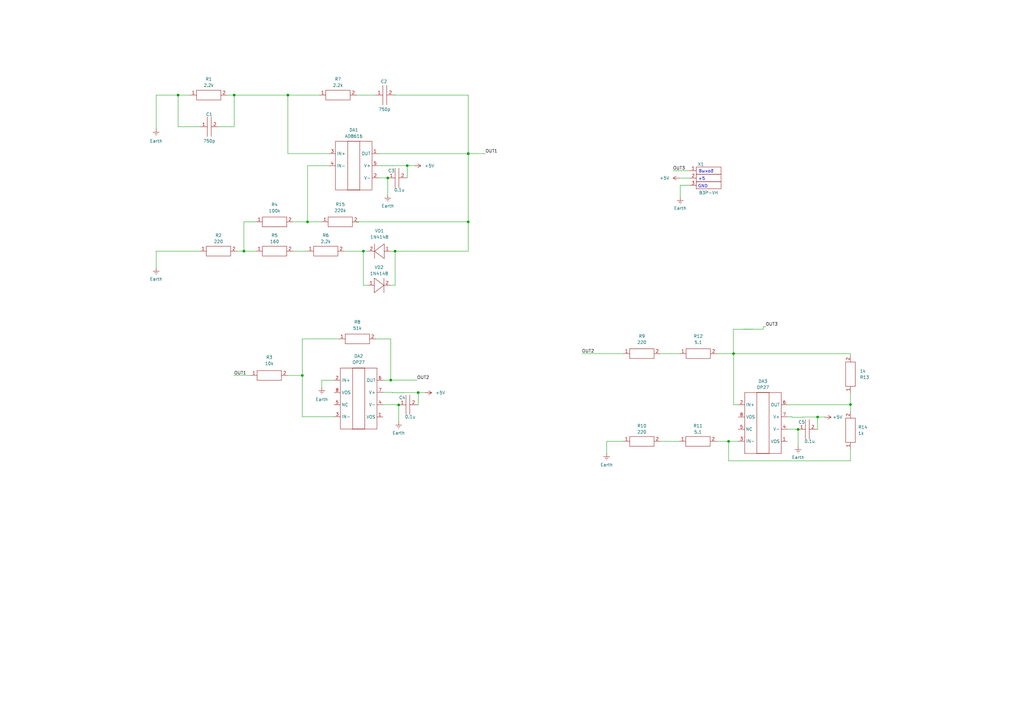
<source format=kicad_sch>
(kicad_sch
	(version 20231120)
	(generator "eeschema")
	(generator_version "8.0")
	(uuid "20ab3dab-53ec-4a56-9d40-45746cb6f20b")
	(paper "A3")
	(title_block
		(title "Схема печатной платы")
		(company "МГТУ им. Баумана БМТ2-31М")
		(comment 2 "Плыткевич Г.Е.")
	)
	(lib_symbols
		(symbol "2.2k_1"
			(exclude_from_sim no)
			(in_bom yes)
			(on_board yes)
			(property "Reference" "R"
				(at 7 3 0)
				(effects
					(font
						(size 1.27 1.27)
					)
				)
			)
			(property "Value" "2.2k"
				(at 7 -3 0)
				(effects
					(font
						(size 1.27 1.27)
					)
				)
			)
			(property "Footprint" "Resistor_SMD:R_0603_1608Metric"
				(at 7 8 0)
				(effects
					(font
						(size 1.27 1.27)
					)
					(hide yes)
				)
			)
			(property "Datasheet" ""
				(at 0 0 0)
				(effects
					(font
						(size 1.27 1.27)
					)
					(hide yes)
				)
			)
			(property "Description" ""
				(at 0 0 0)
				(effects
					(font
						(size 1.27 1.27)
					)
					(hide yes)
				)
			)
			(symbol "2.2k_1_0_1"
				(rectangle
					(start 2.5634 1.9901)
					(end 12.5634 -2.0099)
					(stroke
						(width 0)
						(type default)
					)
					(fill
						(type none)
					)
				)
			)
			(symbol "2.2k_1_1_1"
				(pin bidirectional line
					(at 0 0 0)
					(length 2.54)
					(name ""
						(effects
							(font
								(size 1.27 1.27)
							)
						)
					)
					(number "1"
						(effects
							(font
								(size 1.27 1.27)
							)
						)
					)
				)
				(pin bidirectional line
					(at 15.129 -0.0117 180)
					(length 2.54)
					(name ""
						(effects
							(font
								(size 1.27 1.27)
							)
						)
					)
					(number "2"
						(effects
							(font
								(size 1.27 1.27)
							)
						)
					)
				)
			)
		)
		(symbol "2.2k_2"
			(exclude_from_sim no)
			(in_bom yes)
			(on_board yes)
			(property "Reference" "R"
				(at 7 3 0)
				(effects
					(font
						(size 1.27 1.27)
					)
				)
			)
			(property "Value" "2.2k"
				(at 7 -3 0)
				(effects
					(font
						(size 1.27 1.27)
					)
				)
			)
			(property "Footprint" "Resistor_SMD:R_0603_1608Metric"
				(at 7 8 0)
				(effects
					(font
						(size 1.27 1.27)
					)
					(hide yes)
				)
			)
			(property "Datasheet" ""
				(at 0 0 0)
				(effects
					(font
						(size 1.27 1.27)
					)
					(hide yes)
				)
			)
			(property "Description" ""
				(at 0 0 0)
				(effects
					(font
						(size 1.27 1.27)
					)
					(hide yes)
				)
			)
			(symbol "2.2k_2_0_1"
				(rectangle
					(start 2.5634 1.9901)
					(end 12.5634 -2.0099)
					(stroke
						(width 0)
						(type default)
					)
					(fill
						(type none)
					)
				)
			)
			(symbol "2.2k_2_1_1"
				(pin bidirectional line
					(at 0 0 0)
					(length 2.54)
					(name ""
						(effects
							(font
								(size 1.27 1.27)
							)
						)
					)
					(number "1"
						(effects
							(font
								(size 1.27 1.27)
							)
						)
					)
				)
				(pin bidirectional line
					(at 15.129 -0.0117 180)
					(length 2.54)
					(name ""
						(effects
							(font
								(size 1.27 1.27)
							)
						)
					)
					(number "2"
						(effects
							(font
								(size 1.27 1.27)
							)
						)
					)
				)
			)
		)
		(symbol "MGTU_Amplifier:AD8616"
			(exclude_from_sim no)
			(in_bom yes)
			(on_board yes)
			(property "Reference" "DA"
				(at 4 6 0)
				(effects
					(font
						(size 1.27 1.27)
					)
				)
			)
			(property "Value" "AD8616"
				(at 10 -16 0)
				(effects
					(font
						(size 1.27 1.27)
					)
				)
			)
			(property "Footprint" "Package_TO_SOT_SMD:SOT-23-5"
				(at 8.5955 8.015 0)
				(effects
					(font
						(size 1.27 1.27)
					)
					(hide yes)
				)
			)
			(property "Datasheet" ""
				(at -0.5491 -1.3644 0)
				(effects
					(font
						(size 1.27 1.27)
					)
					(hide yes)
				)
			)
			(property "Description" ""
				(at -0.5491 -1.3644 0)
				(effects
					(font
						(size 1.27 1.27)
					)
					(hide yes)
				)
			)
			(symbol "AD8616_0_1"
				(rectangle
					(start 2.5854 5.0806)
					(end 17.5854 -14.9194)
					(stroke
						(width 0)
						(type default)
					)
					(fill
						(type none)
					)
				)
				(rectangle
					(start 7.5854 5.0806)
					(end 12.5854 -14.9194)
					(stroke
						(width 0)
						(type default)
					)
					(fill
						(type none)
					)
				)
			)
			(symbol "AD8616_1_1"
				(pin output line
					(at 20.0913 0.0026 180)
					(length 2.54)
					(name "OUT"
						(effects
							(font
								(size 1.27 1.27)
							)
						)
					)
					(number "1"
						(effects
							(font
								(size 1.27 1.27)
							)
						)
					)
				)
				(pin power_in line
					(at 20.172 -9.9623 180)
					(length 2.54)
					(name "V-"
						(effects
							(font
								(size 1.27 1.27)
							)
						)
					)
					(number "2"
						(effects
							(font
								(size 1.27 1.27)
							)
						)
					)
				)
				(pin input line
					(at 0.0404 0.0026 0)
					(length 2.54)
					(name "IN+"
						(effects
							(font
								(size 1.27 1.27)
							)
						)
					)
					(number "3"
						(effects
							(font
								(size 1.27 1.27)
							)
						)
					)
				)
				(pin input line
					(at 0 -5 0)
					(length 2.54)
					(name "IN-"
						(effects
							(font
								(size 1.27 1.27)
							)
						)
					)
					(number "4"
						(effects
							(font
								(size 1.27 1.27)
							)
						)
					)
				)
				(pin power_in line
					(at 20.1317 -4.9194 180)
					(length 2.54)
					(name "V+"
						(effects
							(font
								(size 1.27 1.27)
							)
						)
					)
					(number "5"
						(effects
							(font
								(size 1.27 1.27)
							)
						)
					)
				)
			)
		)
		(symbol "MGTU_Amplifier:OP27"
			(exclude_from_sim no)
			(in_bom yes)
			(on_board yes)
			(property "Reference" "DA"
				(at 4.6143 6.0404 0)
				(effects
					(font
						(size 1.27 1.27)
					)
				)
			)
			(property "Value" "OP27"
				(at 5.6143 -20.9596 0)
				(effects
					(font
						(size 1.27 1.27)
					)
				)
			)
			(property "Footprint" "Package_DIP:DIP-8_W7.62mm_SMDSocket_SmallPads"
				(at 8 9 0)
				(effects
					(font
						(size 1.27 1.27)
					)
					(hide yes)
				)
			)
			(property "Datasheet" ""
				(at 0 0 0)
				(effects
					(font
						(size 1.27 1.27)
					)
					(hide yes)
				)
			)
			(property "Description" ""
				(at 0 0 0)
				(effects
					(font
						(size 1.27 1.27)
					)
					(hide yes)
				)
			)
			(symbol "OP27_0_1"
				(rectangle
					(start 2.6143 5.0404)
					(end 17.6143 -19.9596)
					(stroke
						(width 0)
						(type default)
					)
					(fill
						(type none)
					)
				)
				(rectangle
					(start 7.6143 5.0404)
					(end 12.6143 -19.9596)
					(stroke
						(width 0)
						(type default)
					)
					(fill
						(type none)
					)
				)
			)
			(symbol "OP27_1_1"
				(pin input line
					(at 20.1168 -15.0292 180)
					(length 2.54)
					(name "VOS"
						(effects
							(font
								(size 1.27 1.27)
							)
						)
					)
					(number "1"
						(effects
							(font
								(size 1.27 1.27)
							)
						)
					)
				)
				(pin input line
					(at 0 0.0583 0)
					(length 2.54)
					(name "IN+"
						(effects
							(font
								(size 1.27 1.27)
							)
						)
					)
					(number "2"
						(effects
							(font
								(size 1.27 1.27)
							)
						)
					)
				)
				(pin input line
					(at 0.0662 -14.8969 0)
					(length 2.54)
					(name "IN-"
						(effects
							(font
								(size 1.27 1.27)
							)
						)
					)
					(number "3"
						(effects
							(font
								(size 1.27 1.27)
							)
						)
					)
				)
				(pin power_in line
					(at 20.183 -9.9669 180)
					(length 2.54)
					(name "V-"
						(effects
							(font
								(size 1.27 1.27)
							)
						)
					)
					(number "4"
						(effects
							(font
								(size 1.27 1.27)
							)
						)
					)
				)
				(pin input line
					(at 0 -10 0)
					(length 2.54)
					(name "NC"
						(effects
							(font
								(size 1.27 1.27)
							)
						)
					)
					(number "5"
						(effects
							(font
								(size 1.27 1.27)
							)
						)
					)
				)
				(pin output line
					(at 20.1499 0.0253 180)
					(length 2.54)
					(name "OUT"
						(effects
							(font
								(size 1.27 1.27)
							)
						)
					)
					(number "6"
						(effects
							(font
								(size 1.27 1.27)
							)
						)
					)
				)
				(pin power_in line
					(at 20.183 -4.9377 180)
					(length 2.54)
					(name "V+"
						(effects
							(font
								(size 1.27 1.27)
							)
						)
					)
					(number "7"
						(effects
							(font
								(size 1.27 1.27)
							)
						)
					)
				)
				(pin input line
					(at 0.0331 -5.0039 0)
					(length 2.54)
					(name "VOS"
						(effects
							(font
								(size 1.27 1.27)
							)
						)
					)
					(number "8"
						(effects
							(font
								(size 1.27 1.27)
							)
						)
					)
				)
			)
		)
		(symbol "MGTU_Capacitors:0.1u"
			(exclude_from_sim no)
			(in_bom yes)
			(on_board yes)
			(property "Reference" "C"
				(at 3 5 0)
				(effects
					(font
						(size 1.27 1.27)
					)
				)
			)
			(property "Value" "0.1u"
				(at 4 -6 0)
				(effects
					(font
						(size 1.27 1.27)
					)
				)
			)
			(property "Footprint" "Capacitor_SMD:C_0805_2012Metric"
				(at 3 8 0)
				(effects
					(font
						(size 1.27 1.27)
					)
					(hide yes)
				)
			)
			(property "Datasheet" ""
				(at 0 0 0)
				(effects
					(font
						(size 1.27 1.27)
					)
					(hide yes)
				)
			)
			(property "Description" ""
				(at 0 0 0)
				(effects
					(font
						(size 1.27 1.27)
					)
					(hide yes)
				)
			)
			(symbol "0.1u_0_1"
				(polyline
					(pts
						(xy 3 0) (xy 3 -4)
					)
					(stroke
						(width 0)
						(type default)
					)
					(fill
						(type none)
					)
				)
				(polyline
					(pts
						(xy 3 0) (xy 3 4)
					)
					(stroke
						(width 0)
						(type default)
					)
					(fill
						(type none)
					)
				)
				(polyline
					(pts
						(xy 4.5638 4.0551) (xy 4.5666 -3.9811) (xy 4.5572 -3.9434) (xy 4.6231 -3.9528)
					)
					(stroke
						(width 0)
						(type default)
					)
					(fill
						(type none)
					)
				)
			)
			(symbol "0.1u_1_1"
				(pin bidirectional line
					(at 0 0 0)
					(length 3)
					(name ""
						(effects
							(font
								(size 1.27 1.27)
							)
						)
					)
					(number "1"
						(effects
							(font
								(size 1.27 1.27)
							)
						)
					)
				)
				(pin bidirectional line
					(at 7.5752 0.0377 180)
					(length 3)
					(name ""
						(effects
							(font
								(size 1.27 1.27)
							)
						)
					)
					(number "2"
						(effects
							(font
								(size 1.27 1.27)
							)
						)
					)
				)
			)
		)
		(symbol "MGTU_Capacitors:750p"
			(exclude_from_sim no)
			(in_bom yes)
			(on_board yes)
			(property "Reference" "C"
				(at 3 6 0)
				(effects
					(font
						(size 1.27 1.27)
					)
				)
			)
			(property "Value" "750p"
				(at 4 -6 0)
				(effects
					(font
						(size 1.27 1.27)
					)
				)
			)
			(property "Footprint" "Capacitor_SMD:C_0805_2012Metric"
				(at 4 9 0)
				(effects
					(font
						(size 1.27 1.27)
					)
					(hide yes)
				)
			)
			(property "Datasheet" ""
				(at 0 0 0)
				(effects
					(font
						(size 1.27 1.27)
					)
					(hide yes)
				)
			)
			(property "Description" ""
				(at 0 0 0)
				(effects
					(font
						(size 1.27 1.27)
					)
					(hide yes)
				)
			)
			(symbol "750p_0_1"
				(polyline
					(pts
						(xy 3 0) (xy 3 -4)
					)
					(stroke
						(width 0)
						(type default)
					)
					(fill
						(type none)
					)
				)
				(polyline
					(pts
						(xy 3 0) (xy 3 4)
					)
					(stroke
						(width 0)
						(type default)
					)
					(fill
						(type none)
					)
				)
				(polyline
					(pts
						(xy 4.5572 0.0253) (xy 4.5572 -3.9747)
					)
					(stroke
						(width 0)
						(type default)
					)
					(fill
						(type none)
					)
				)
				(polyline
					(pts
						(xy 4.5572 0.0253) (xy 4.5572 4.0253)
					)
					(stroke
						(width 0)
						(type default)
					)
					(fill
						(type none)
					)
				)
			)
			(symbol "750p_1_1"
				(pin bidirectional line
					(at 0 0 0)
					(length 3)
					(name ""
						(effects
							(font
								(size 1.27 1.27)
							)
						)
					)
					(number "1"
						(effects
							(font
								(size 1.27 1.27)
							)
						)
					)
				)
				(pin bidirectional line
					(at 7.5752 0.0377 180)
					(length 3)
					(name ""
						(effects
							(font
								(size 1.27 1.27)
							)
						)
					)
					(number "2"
						(effects
							(font
								(size 1.27 1.27)
							)
						)
					)
				)
			)
		)
		(symbol "MGTU_Connectors:3-pin-B3P-VH"
			(exclude_from_sim no)
			(in_bom yes)
			(on_board yes)
			(property "Reference" "X"
				(at 2 3 0)
				(effects
					(font
						(size 1.27 1.27)
					)
				)
			)
			(property "Value" "B3P-VH"
				(at 6 -9 0)
				(effects
					(font
						(size 1.27 1.27)
					)
				)
			)
			(property "Footprint" "MGTU_Places:B3P-VH"
				(at 5 -11 0)
				(effects
					(font
						(size 1.27 1.27)
					)
					(hide yes)
				)
			)
			(property "Datasheet" ""
				(at 0 0 0)
				(effects
					(font
						(size 1.27 1.27)
					)
					(hide yes)
				)
			)
			(property "Description" ""
				(at 0 0 0)
				(effects
					(font
						(size 1.27 1.27)
					)
					(hide yes)
				)
			)
			(symbol "3-pin-B3P-VH_0_1"
				(rectangle
					(start 2.54 -4.5307)
					(end 12.7391 -7.46)
					(stroke
						(width 0)
						(type default)
					)
					(fill
						(type none)
					)
				)
				(rectangle
					(start 2.5723 -1.4984)
					(end 12.7323 -4.4984)
					(stroke
						(width 0)
						(type default)
					)
					(fill
						(type none)
					)
				)
				(rectangle
					(start 2.5723 1.5016)
					(end 12.7323 -1.4984)
					(stroke
						(width 0)
						(type default)
					)
					(fill
						(type none)
					)
				)
			)
			(symbol "3-pin-B3P-VH_1_1"
				(pin input line
					(at 0 0 0)
					(length 2.54)
					(name ""
						(effects
							(font
								(size 1.27 1.27)
							)
						)
					)
					(number "1"
						(effects
							(font
								(size 1.27 1.27)
							)
						)
					)
				)
				(pin input line
					(at 0.0323 -3.0384 0)
					(length 2.54)
					(name ""
						(effects
							(font
								(size 1.27 1.27)
							)
						)
					)
					(number "2"
						(effects
							(font
								(size 1.27 1.27)
							)
						)
					)
				)
				(pin input line
					(at 0 -6 0)
					(length 2.54)
					(name ""
						(effects
							(font
								(size 1.27 1.27)
							)
						)
					)
					(number "3"
						(effects
							(font
								(size 1.27 1.27)
							)
						)
					)
				)
			)
		)
		(symbol "MGTU_Diods:1N4148"
			(exclude_from_sim no)
			(in_bom yes)
			(on_board yes)
			(property "Reference" "VD"
				(at 4 4 0)
				(effects
					(font
						(size 1.27 1.27)
					)
				)
			)
			(property "Value" "1N4148"
				(at 5 -4 0)
				(effects
					(font
						(size 1.27 1.27)
					)
				)
			)
			(property "Footprint" "Diode_THT:D_DO-35_SOD27_P2.54mm_Vertical_AnodeUp"
				(at 4 8 0)
				(effects
					(font
						(size 1.27 1.27)
					)
					(hide yes)
				)
			)
			(property "Datasheet" ""
				(at 2.1233 3.01 0)
				(effects
					(font
						(size 1.27 1.27)
					)
					(hide yes)
				)
			)
			(property "Description" ""
				(at 2.1233 3.01 0)
				(effects
					(font
						(size 1.27 1.27)
					)
					(hide yes)
				)
			)
			(symbol "1N4148_0_1"
				(polyline
					(pts
						(xy 2.5673 2.962) (xy 2.5673 -3.038)
					)
					(stroke
						(width 0)
						(type default)
					)
					(fill
						(type none)
					)
				)
				(polyline
					(pts
						(xy 2.5673 -0.038) (xy 6.5673 2.962) (xy 6.5673 -3.038) (xy 2.5673 -0.038)
					)
					(stroke
						(width 0)
						(type default)
					)
					(fill
						(type none)
					)
				)
			)
			(symbol "1N4148_1_1"
				(pin input line
					(at 9.1141 -0.0241 180)
					(length 2.54)
					(name ""
						(effects
							(font
								(size 1.27 1.27)
							)
						)
					)
					(number "1"
						(effects
							(font
								(size 1.27 1.27)
							)
						)
					)
				)
				(pin input line
					(at 0 0 0)
					(length 2.54)
					(name ""
						(effects
							(font
								(size 1.27 1.27)
							)
						)
					)
					(number "2"
						(effects
							(font
								(size 1.27 1.27)
							)
						)
					)
				)
			)
		)
		(symbol "MGTU_Resistors:100k"
			(exclude_from_sim no)
			(in_bom yes)
			(on_board yes)
			(property "Reference" "R"
				(at 7 3 0)
				(effects
					(font
						(size 1.27 1.27)
					)
				)
			)
			(property "Value" "100k"
				(at 7 -3 0)
				(effects
					(font
						(size 1.27 1.27)
					)
				)
			)
			(property "Footprint" "Resistor_SMD:R_0603_1608Metric"
				(at 7 7 0)
				(effects
					(font
						(size 1.27 1.27)
					)
					(hide yes)
				)
			)
			(property "Datasheet" ""
				(at 0 0 0)
				(effects
					(font
						(size 1.27 1.27)
					)
					(hide yes)
				)
			)
			(property "Description" ""
				(at 0 0 0)
				(effects
					(font
						(size 1.27 1.27)
					)
					(hide yes)
				)
			)
			(symbol "100k_0_1"
				(rectangle
					(start 2.5634 1.9901)
					(end 12.5634 -2.0099)
					(stroke
						(width 0)
						(type default)
					)
					(fill
						(type none)
					)
				)
			)
			(symbol "100k_1_1"
				(pin bidirectional line
					(at 0 0 0)
					(length 2.54)
					(name ""
						(effects
							(font
								(size 1.27 1.27)
							)
						)
					)
					(number "1"
						(effects
							(font
								(size 1.27 1.27)
							)
						)
					)
				)
				(pin bidirectional line
					(at 15.129 -0.0117 180)
					(length 2.54)
					(name ""
						(effects
							(font
								(size 1.27 1.27)
							)
						)
					)
					(number "2"
						(effects
							(font
								(size 1.27 1.27)
							)
						)
					)
				)
			)
		)
		(symbol "MGTU_Resistors:10k"
			(exclude_from_sim no)
			(in_bom yes)
			(on_board yes)
			(property "Reference" "R"
				(at 7 3 0)
				(effects
					(font
						(size 1.27 1.27)
					)
				)
			)
			(property "Value" "10k"
				(at 7 -4 0)
				(effects
					(font
						(size 1.27 1.27)
					)
				)
			)
			(property "Footprint" "Resistor_SMD:R_0603_1608Metric"
				(at 5 8 0)
				(effects
					(font
						(size 1.27 1.27)
					)
					(hide yes)
				)
			)
			(property "Datasheet" ""
				(at 0 0 0)
				(effects
					(font
						(size 1.27 1.27)
					)
					(hide yes)
				)
			)
			(property "Description" ""
				(at 0 0 0)
				(effects
					(font
						(size 1.27 1.27)
					)
					(hide yes)
				)
			)
			(symbol "10k_0_1"
				(rectangle
					(start 2.5634 1.9901)
					(end 12.5634 -2.0099)
					(stroke
						(width 0)
						(type default)
					)
					(fill
						(type none)
					)
				)
			)
			(symbol "10k_1_1"
				(pin bidirectional line
					(at 0 0 0)
					(length 2.54)
					(name ""
						(effects
							(font
								(size 1.27 1.27)
							)
						)
					)
					(number "1"
						(effects
							(font
								(size 1.27 1.27)
							)
						)
					)
				)
				(pin bidirectional line
					(at 15.129 -0.0117 180)
					(length 2.54)
					(name ""
						(effects
							(font
								(size 1.27 1.27)
							)
						)
					)
					(number "2"
						(effects
							(font
								(size 1.27 1.27)
							)
						)
					)
				)
			)
		)
		(symbol "MGTU_Resistors:160"
			(exclude_from_sim no)
			(in_bom yes)
			(on_board yes)
			(property "Reference" "R"
				(at 7 3 0)
				(effects
					(font
						(size 1.27 1.27)
					)
				)
			)
			(property "Value" "160"
				(at 7 -3 0)
				(effects
					(font
						(size 1.27 1.27)
					)
				)
			)
			(property "Footprint" "Resistor_SMD:R_0603_1608Metric"
				(at 3 5 0)
				(effects
					(font
						(size 1.27 1.27)
					)
					(hide yes)
				)
			)
			(property "Datasheet" ""
				(at 0 0 0)
				(effects
					(font
						(size 1.27 1.27)
					)
					(hide yes)
				)
			)
			(property "Description" ""
				(at 0 0 0)
				(effects
					(font
						(size 1.27 1.27)
					)
					(hide yes)
				)
			)
			(symbol "160_0_1"
				(rectangle
					(start 2.5634 1.9901)
					(end 12.5634 -2.0099)
					(stroke
						(width 0)
						(type default)
					)
					(fill
						(type none)
					)
				)
			)
			(symbol "160_1_1"
				(pin bidirectional line
					(at 0 0 0)
					(length 2.54)
					(name ""
						(effects
							(font
								(size 1.27 1.27)
							)
						)
					)
					(number "1"
						(effects
							(font
								(size 1.27 1.27)
							)
						)
					)
				)
				(pin bidirectional line
					(at 15.129 -0.0117 180)
					(length 2.54)
					(name ""
						(effects
							(font
								(size 1.27 1.27)
							)
						)
					)
					(number "2"
						(effects
							(font
								(size 1.27 1.27)
							)
						)
					)
				)
			)
		)
		(symbol "MGTU_Resistors:1k"
			(exclude_from_sim no)
			(in_bom yes)
			(on_board yes)
			(property "Reference" "R"
				(at 3 3 0)
				(effects
					(font
						(size 1.27 1.27)
					)
				)
			)
			(property "Value" "1k"
				(at 4 -3 0)
				(effects
					(font
						(size 1.27 1.27)
					)
				)
			)
			(property "Footprint" "Resistor_SMD:R_0603_1608Metric"
				(at 4 6 0)
				(effects
					(font
						(size 1.27 1.27)
					)
					(hide yes)
				)
			)
			(property "Datasheet" ""
				(at 0 0 0)
				(effects
					(font
						(size 1.27 1.27)
					)
					(hide yes)
				)
			)
			(property "Description" ""
				(at 0 0 0)
				(effects
					(font
						(size 1.27 1.27)
					)
					(hide yes)
				)
			)
			(symbol "1k_0_1"
				(rectangle
					(start 2.5634 1.9901)
					(end 12.5634 -2.0099)
					(stroke
						(width 0)
						(type default)
					)
					(fill
						(type none)
					)
				)
			)
			(symbol "1k_1_1"
				(pin bidirectional line
					(at 0 0 0)
					(length 2.54)
					(name ""
						(effects
							(font
								(size 1.27 1.27)
							)
						)
					)
					(number "1"
						(effects
							(font
								(size 1.27 1.27)
							)
						)
					)
				)
				(pin bidirectional line
					(at 15.129 -0.0117 180)
					(length 2.54)
					(name ""
						(effects
							(font
								(size 1.27 1.27)
							)
						)
					)
					(number "2"
						(effects
							(font
								(size 1.27 1.27)
							)
						)
					)
				)
			)
		)
		(symbol "MGTU_Resistors:2.2k"
			(exclude_from_sim no)
			(in_bom yes)
			(on_board yes)
			(property "Reference" "R"
				(at 7 3 0)
				(effects
					(font
						(size 1.27 1.27)
					)
				)
			)
			(property "Value" "2.2k"
				(at 7 -3 0)
				(effects
					(font
						(size 1.27 1.27)
					)
				)
			)
			(property "Footprint" "Resistor_SMD:R_0603_1608Metric"
				(at 7 8 0)
				(effects
					(font
						(size 1.27 1.27)
					)
					(hide yes)
				)
			)
			(property "Datasheet" ""
				(at 0 0 0)
				(effects
					(font
						(size 1.27 1.27)
					)
					(hide yes)
				)
			)
			(property "Description" ""
				(at 0 0 0)
				(effects
					(font
						(size 1.27 1.27)
					)
					(hide yes)
				)
			)
			(symbol "2.2k_0_1"
				(rectangle
					(start 2.5634 1.9901)
					(end 12.5634 -2.0099)
					(stroke
						(width 0)
						(type default)
					)
					(fill
						(type none)
					)
				)
			)
			(symbol "2.2k_1_1"
				(pin bidirectional line
					(at 0 0 0)
					(length 2.54)
					(name ""
						(effects
							(font
								(size 1.27 1.27)
							)
						)
					)
					(number "1"
						(effects
							(font
								(size 1.27 1.27)
							)
						)
					)
				)
				(pin bidirectional line
					(at 15.129 -0.0117 180)
					(length 2.54)
					(name ""
						(effects
							(font
								(size 1.27 1.27)
							)
						)
					)
					(number "2"
						(effects
							(font
								(size 1.27 1.27)
							)
						)
					)
				)
			)
		)
		(symbol "MGTU_Resistors:220"
			(exclude_from_sim no)
			(in_bom yes)
			(on_board yes)
			(property "Reference" "R"
				(at 7 3 0)
				(effects
					(font
						(size 1.27 1.27)
					)
				)
			)
			(property "Value" "220"
				(at 7 -3 0)
				(effects
					(font
						(size 1.27 1.27)
					)
				)
			)
			(property "Footprint" "Resistor_SMD:R_0603_1608Metric"
				(at 5 6 0)
				(effects
					(font
						(size 1.27 1.27)
					)
					(hide yes)
				)
			)
			(property "Datasheet" ""
				(at 0 0 0)
				(effects
					(font
						(size 1.27 1.27)
					)
					(hide yes)
				)
			)
			(property "Description" ""
				(at 0 0 0)
				(effects
					(font
						(size 1.27 1.27)
					)
					(hide yes)
				)
			)
			(symbol "220_0_1"
				(rectangle
					(start 2.5634 1.9901)
					(end 12.5634 -2.0099)
					(stroke
						(width 0)
						(type default)
					)
					(fill
						(type none)
					)
				)
			)
			(symbol "220_1_1"
				(pin bidirectional line
					(at 0 0 0)
					(length 2.54)
					(name ""
						(effects
							(font
								(size 1.27 1.27)
							)
						)
					)
					(number "1"
						(effects
							(font
								(size 1.27 1.27)
							)
						)
					)
				)
				(pin bidirectional line
					(at 15.129 -0.0117 180)
					(length 2.54)
					(name ""
						(effects
							(font
								(size 1.27 1.27)
							)
						)
					)
					(number "2"
						(effects
							(font
								(size 1.27 1.27)
							)
						)
					)
				)
			)
		)
		(symbol "MGTU_Resistors:220k"
			(exclude_from_sim no)
			(in_bom yes)
			(on_board yes)
			(property "Reference" "R"
				(at 5 3 0)
				(effects
					(font
						(size 1.27 1.27)
					)
				)
			)
			(property "Value" "220k"
				(at 6 -4 0)
				(effects
					(font
						(size 1.27 1.27)
					)
				)
			)
			(property "Footprint" "Resistor_SMD:R_0603_1608Metric"
				(at 6 6 0)
				(effects
					(font
						(size 1.27 1.27)
					)
					(hide yes)
				)
			)
			(property "Datasheet" ""
				(at 0 0 0)
				(effects
					(font
						(size 1.27 1.27)
					)
					(hide yes)
				)
			)
			(property "Description" ""
				(at 0 0 0)
				(effects
					(font
						(size 1.27 1.27)
					)
					(hide yes)
				)
			)
			(symbol "220k_0_1"
				(rectangle
					(start 2.5634 1.9901)
					(end 12.5634 -2.0099)
					(stroke
						(width 0)
						(type default)
					)
					(fill
						(type none)
					)
				)
			)
			(symbol "220k_1_1"
				(pin bidirectional line
					(at 0 0 0)
					(length 2.54)
					(name ""
						(effects
							(font
								(size 1.27 1.27)
							)
						)
					)
					(number "1"
						(effects
							(font
								(size 1.27 1.27)
							)
						)
					)
				)
				(pin bidirectional line
					(at 15.129 -0.0117 180)
					(length 2.54)
					(name ""
						(effects
							(font
								(size 1.27 1.27)
							)
						)
					)
					(number "2"
						(effects
							(font
								(size 1.27 1.27)
							)
						)
					)
				)
			)
		)
		(symbol "MGTU_Resistors:5.1"
			(exclude_from_sim no)
			(in_bom yes)
			(on_board yes)
			(property "Reference" "R"
				(at 7 3 0)
				(effects
					(font
						(size 1.27 1.27)
					)
				)
			)
			(property "Value" "5.1"
				(at 7 -4 0)
				(effects
					(font
						(size 1.27 1.27)
					)
				)
			)
			(property "Footprint" "Resistor_SMD:R_0603_1608Metric"
				(at 5 7 0)
				(effects
					(font
						(size 1.27 1.27)
					)
					(hide yes)
				)
			)
			(property "Datasheet" ""
				(at 0 0 0)
				(effects
					(font
						(size 1.27 1.27)
					)
					(hide yes)
				)
			)
			(property "Description" ""
				(at 0 0 0)
				(effects
					(font
						(size 1.27 1.27)
					)
					(hide yes)
				)
			)
			(symbol "5.1_0_1"
				(rectangle
					(start 2.5634 1.9901)
					(end 12.5634 -2.0099)
					(stroke
						(width 0)
						(type default)
					)
					(fill
						(type none)
					)
				)
			)
			(symbol "5.1_1_1"
				(pin bidirectional line
					(at 0 0 0)
					(length 2.54)
					(name ""
						(effects
							(font
								(size 1.27 1.27)
							)
						)
					)
					(number "1"
						(effects
							(font
								(size 1.27 1.27)
							)
						)
					)
				)
				(pin bidirectional line
					(at 15.129 -0.0117 180)
					(length 2.54)
					(name ""
						(effects
							(font
								(size 1.27 1.27)
							)
						)
					)
					(number "2"
						(effects
							(font
								(size 1.27 1.27)
							)
						)
					)
				)
			)
		)
		(symbol "MGTU_Resistors:51k"
			(exclude_from_sim no)
			(in_bom yes)
			(on_board yes)
			(property "Reference" "R"
				(at 7 3 0)
				(effects
					(font
						(size 1.27 1.27)
					)
				)
			)
			(property "Value" "51k"
				(at 7 -3 0)
				(effects
					(font
						(size 1.27 1.27)
					)
				)
			)
			(property "Footprint" "Resistor_SMD:R_0603_1608Metric"
				(at 6 5 0)
				(effects
					(font
						(size 1.27 1.27)
					)
					(hide yes)
				)
			)
			(property "Datasheet" ""
				(at 0 0 0)
				(effects
					(font
						(size 1.27 1.27)
					)
					(hide yes)
				)
			)
			(property "Description" ""
				(at 0 0 0)
				(effects
					(font
						(size 1.27 1.27)
					)
					(hide yes)
				)
			)
			(symbol "51k_0_1"
				(rectangle
					(start 2.5634 1.9901)
					(end 12.5634 -2.0099)
					(stroke
						(width 0)
						(type default)
					)
					(fill
						(type none)
					)
				)
			)
			(symbol "51k_1_1"
				(pin bidirectional line
					(at 0 0 0)
					(length 2.54)
					(name ""
						(effects
							(font
								(size 1.27 1.27)
							)
						)
					)
					(number "1"
						(effects
							(font
								(size 1.27 1.27)
							)
						)
					)
				)
				(pin bidirectional line
					(at 15.129 -0.0117 180)
					(length 2.54)
					(name ""
						(effects
							(font
								(size 1.27 1.27)
							)
						)
					)
					(number "2"
						(effects
							(font
								(size 1.27 1.27)
							)
						)
					)
				)
			)
		)
		(symbol "power:+5V"
			(power)
			(pin_numbers hide)
			(pin_names
				(offset 0) hide)
			(exclude_from_sim no)
			(in_bom yes)
			(on_board yes)
			(property "Reference" "#PWR"
				(at 0 -3.81 0)
				(effects
					(font
						(size 1.27 1.27)
					)
					(hide yes)
				)
			)
			(property "Value" "+5V"
				(at 0 3.556 0)
				(effects
					(font
						(size 1.27 1.27)
					)
				)
			)
			(property "Footprint" ""
				(at 0 0 0)
				(effects
					(font
						(size 1.27 1.27)
					)
					(hide yes)
				)
			)
			(property "Datasheet" ""
				(at 0 0 0)
				(effects
					(font
						(size 1.27 1.27)
					)
					(hide yes)
				)
			)
			(property "Description" "Power symbol creates a global label with name \"+5V\""
				(at 0 0 0)
				(effects
					(font
						(size 1.27 1.27)
					)
					(hide yes)
				)
			)
			(property "ki_keywords" "global power"
				(at 0 0 0)
				(effects
					(font
						(size 1.27 1.27)
					)
					(hide yes)
				)
			)
			(symbol "+5V_0_1"
				(polyline
					(pts
						(xy -0.762 1.27) (xy 0 2.54)
					)
					(stroke
						(width 0)
						(type default)
					)
					(fill
						(type none)
					)
				)
				(polyline
					(pts
						(xy 0 0) (xy 0 2.54)
					)
					(stroke
						(width 0)
						(type default)
					)
					(fill
						(type none)
					)
				)
				(polyline
					(pts
						(xy 0 2.54) (xy 0.762 1.27)
					)
					(stroke
						(width 0)
						(type default)
					)
					(fill
						(type none)
					)
				)
			)
			(symbol "+5V_1_1"
				(pin power_in line
					(at 0 0 90)
					(length 0)
					(name "~"
						(effects
							(font
								(size 1.27 1.27)
							)
						)
					)
					(number "1"
						(effects
							(font
								(size 1.27 1.27)
							)
						)
					)
				)
			)
		)
		(symbol "power:Earth"
			(power)
			(pin_numbers hide)
			(pin_names
				(offset 0) hide)
			(exclude_from_sim no)
			(in_bom yes)
			(on_board yes)
			(property "Reference" "#PWR"
				(at 0 -6.35 0)
				(effects
					(font
						(size 1.27 1.27)
					)
					(hide yes)
				)
			)
			(property "Value" "Earth"
				(at 0 -3.81 0)
				(effects
					(font
						(size 1.27 1.27)
					)
				)
			)
			(property "Footprint" ""
				(at 0 0 0)
				(effects
					(font
						(size 1.27 1.27)
					)
					(hide yes)
				)
			)
			(property "Datasheet" "~"
				(at 0 0 0)
				(effects
					(font
						(size 1.27 1.27)
					)
					(hide yes)
				)
			)
			(property "Description" "Power symbol creates a global label with name \"Earth\""
				(at 0 0 0)
				(effects
					(font
						(size 1.27 1.27)
					)
					(hide yes)
				)
			)
			(property "ki_keywords" "global ground gnd"
				(at 0 0 0)
				(effects
					(font
						(size 1.27 1.27)
					)
					(hide yes)
				)
			)
			(symbol "Earth_0_1"
				(polyline
					(pts
						(xy -0.635 -1.905) (xy 0.635 -1.905)
					)
					(stroke
						(width 0)
						(type default)
					)
					(fill
						(type none)
					)
				)
				(polyline
					(pts
						(xy -0.127 -2.54) (xy 0.127 -2.54)
					)
					(stroke
						(width 0)
						(type default)
					)
					(fill
						(type none)
					)
				)
				(polyline
					(pts
						(xy 0 -1.27) (xy 0 0)
					)
					(stroke
						(width 0)
						(type default)
					)
					(fill
						(type none)
					)
				)
				(polyline
					(pts
						(xy 1.27 -1.27) (xy -1.27 -1.27)
					)
					(stroke
						(width 0)
						(type default)
					)
					(fill
						(type none)
					)
				)
			)
			(symbol "Earth_1_1"
				(pin power_in line
					(at 0 0 270)
					(length 0)
					(name "~"
						(effects
							(font
								(size 1.27 1.27)
							)
						)
					)
					(number "1"
						(effects
							(font
								(size 1.27 1.27)
							)
						)
					)
				)
			)
		)
	)
	(junction
		(at 124 154)
		(diameter 0)
		(color 0 0 0 0)
		(uuid "0274e930-a9ec-4587-8fa8-19b23c2a5c93")
	)
	(junction
		(at 149.0404 103.0091)
		(diameter 0)
		(color 0 0 0 0)
		(uuid "4150598a-926b-4092-985e-3fd7e5d5a8f4")
	)
	(junction
		(at 298.817 181.0331)
		(diameter 0)
		(color 0 0 0 0)
		(uuid "471b0b75-f692-4b62-ac79-37d1aa0a82b7")
	)
	(junction
		(at 96.0404 38.9974)
		(diameter 0)
		(color 0 0 0 0)
		(uuid "52c8f3a3-7b34-4b65-bf1d-3e33ff2ad399")
	)
	(junction
		(at 300.8638 145.0448)
		(diameter 0)
		(color 0 0 0 0)
		(uuid "547d8747-d0bd-4ac2-9582-a43c301cf041")
	)
	(junction
		(at 162.0404 103.0215)
		(diameter 0)
		(color 0 0 0 0)
		(uuid "56440996-cc4a-4211-8325-3c74888c7225")
	)
	(junction
		(at 159.0404 72.9974)
		(diameter 0)
		(color 0 0 0 0)
		(uuid "6faa3526-5870-4960-b170-cfeeff585c48")
	)
	(junction
		(at 335.3335 171.0331)
		(diameter 0)
		(color 0 0 0 0)
		(uuid "7a45528e-8060-4756-9329-cdcb908cf8d6")
	)
	(junction
		(at 171.5165 161)
		(diameter 0)
		(color 0 0 0 0)
		(uuid "7f934d86-e3d6-46ca-ad26-e9e07db005e0")
	)
	(junction
		(at 192.0404 63)
		(diameter 0)
		(color 0 0 0 0)
		(uuid "8c5b42ec-ceab-47be-bd8c-fc1a7ceef700")
	)
	(junction
		(at 327.3335 176.1111)
		(diameter 0)
		(color 0 0 0 0)
		(uuid "8db71724-7c0b-4584-93af-54ad828910e1")
	)
	(junction
		(at 192.0404 62.9974)
		(diameter 0)
		(color 0 0 0 0)
		(uuid "94c22559-a59b-4ded-80ed-2c649ae7af1e")
	)
	(junction
		(at 100.0404 102.9974)
		(diameter 0)
		(color 0 0 0 0)
		(uuid "97e295c1-c482-4357-b205-c588b2ce13fb")
	)
	(junction
		(at 163.5165 166.078)
		(diameter 0)
		(color 0 0 0 0)
		(uuid "ca7ba52e-2023-4aba-b3c8-ef7451777e4c")
	)
	(junction
		(at 192.0404 90.9946)
		(diameter 0)
		(color 0 0 0 0)
		(uuid "d5edf9de-511f-4252-87dc-2a10c97e51d4")
	)
	(junction
		(at 348.8287 165.9041)
		(diameter 0)
		(color 0 0 0 0)
		(uuid "dd26ba20-a717-44ec-9add-38a44da6641c")
	)
	(junction
		(at 126.129 91.0091)
		(diameter 0)
		(color 0 0 0 0)
		(uuid "e3874227-e387-454d-bb2c-f482fb62b8b6")
	)
	(junction
		(at 118.0808 38.9974)
		(diameter 0)
		(color 0 0 0 0)
		(uuid "e89fca7d-5f15-48a9-a848-da3b64b0c1f8")
	)
	(junction
		(at 73.0404 38.9974)
		(diameter 0)
		(color 0 0 0 0)
		(uuid "e91d262f-0e76-4c4f-a042-83f7aa59eb56")
	)
	(junction
		(at 167.0404 67.9194)
		(diameter 0)
		(color 0 0 0 0)
		(uuid "f43a4340-dd83-4f5e-9d3c-5da765339baa")
	)
	(junction
		(at 160.2789 155.8828)
		(diameter 0)
		(color 0 0 0 0)
		(uuid "f4de5822-9d9c-4e3a-b6b9-75fbf92ebfc9")
	)
	(wire
		(pts
			(xy 141.1694 103.0091) (xy 149.0404 103.0091)
		)
		(stroke
			(width 0)
			(type default)
		)
		(uuid "00b53848-4d0b-4ca9-99b2-09ca784b5895")
	)
	(wire
		(pts
			(xy 118 154) (xy 124 154)
		)
		(stroke
			(width 0)
			(type default)
		)
		(uuid "03fad4a8-9c70-45d9-8dc5-3794193ac86e")
	)
	(wire
		(pts
			(xy 154.129 139.0117) (xy 160.2789 139.0117)
		)
		(stroke
			(width 0)
			(type default)
		)
		(uuid "041df50a-38f0-4163-b3ef-5cb2046a87a4")
	)
	(wire
		(pts
			(xy 302.8832 181.0331) (xy 302.8832 180.93)
		)
		(stroke
			(width 0)
			(type default)
		)
		(uuid "0827380b-5b1a-45ee-8ddb-dc9c4d6ce1d0")
	)
	(wire
		(pts
			(xy 125.1694 102.9974) (xy 126.0404 102.9974)
		)
		(stroke
			(width 0)
			(type default)
		)
		(uuid "09797c15-0eb6-4157-aec1-ec5f5a35d0a4")
	)
	(wire
		(pts
			(xy 348.8287 165.9041) (xy 348.8287 168.9041)
		)
		(stroke
			(width 0)
			(type default)
		)
		(uuid "098d7838-f817-4a32-b542-7d8eac67e183")
	)
	(wire
		(pts
			(xy 126.129 91.0091) (xy 126.129 68)
		)
		(stroke
			(width 0)
			(type default)
		)
		(uuid "0994d568-1adf-4e58-9c00-ac550679228e")
	)
	(wire
		(pts
			(xy 327.3335 176.1111) (xy 327.3335 183.1111)
		)
		(stroke
			(width 0)
			(type default)
		)
		(uuid "0a870839-bd38-4911-aec1-db4b74696b44")
	)
	(wire
		(pts
			(xy 278.688 181.0331) (xy 278.688 181.0214)
		)
		(stroke
			(width 0)
			(type default)
		)
		(uuid "0cf303c9-c697-48cd-87a1-f6b656926360")
	)
	(wire
		(pts
			(xy 170.0404 67.9194) (xy 170.0404 67.9974)
		)
		(stroke
			(width 0)
			(type default)
		)
		(uuid "0d76f8ee-863b-4600-b38e-909b12e7baff")
	)
	(wire
		(pts
			(xy 158.0404 72.9974) (xy 158.0404 72.9623)
		)
		(stroke
			(width 0)
			(type default)
		)
		(uuid "0fca8457-1de1-4789-84d6-663ca16955f5")
	)
	(wire
		(pts
			(xy 155.0913 63) (xy 192.0404 63)
		)
		(stroke
			(width 0)
			(type default)
		)
		(uuid "0ff32084-0e2a-48f1-bdf0-7538b98f720f")
	)
	(wire
		(pts
			(xy 162.0404 102.9974) (xy 162.0404 103.0215)
		)
		(stroke
			(width 0)
			(type default)
		)
		(uuid "10bea2ef-6cf1-421c-a9cd-aa4a075aaa29")
	)
	(wire
		(pts
			(xy 326.3335 176.1111) (xy 327.3335 176.1111)
		)
		(stroke
			(width 0)
			(type default)
		)
		(uuid "10d13feb-8b77-4778-b079-c3479a90907a")
	)
	(wire
		(pts
			(xy 146.1694 38.9974) (xy 146.1694 39.0091)
		)
		(stroke
			(width 0)
			(type default)
		)
		(uuid "146e634b-558f-4b06-84ba-317987289f98")
	)
	(wire
		(pts
			(xy 324.817 170.9708) (xy 323 170.9708)
		)
		(stroke
			(width 0)
			(type default)
		)
		(uuid "16a56b79-7aff-4ab9-8e81-374073d9467a")
	)
	(wire
		(pts
			(xy 105.0404 90.9974) (xy 100.0404 90.9974)
		)
		(stroke
			(width 0)
			(type default)
		)
		(uuid "16f7becb-7763-4648-80c3-7a74191c9b6b")
	)
	(wire
		(pts
			(xy 348.8053 145.0448) (xy 348.8053 145.9041)
		)
		(stroke
			(width 0)
			(type default)
		)
		(uuid "1c75f158-48a5-4ec8-a36a-072ad0ed788b")
	)
	(wire
		(pts
			(xy 125.1694 103.0091) (xy 125.1694 102.9974)
		)
		(stroke
			(width 0)
			(type default)
		)
		(uuid "1d2d2cd9-f1e2-4f33-87ad-ae3be4aa9474")
	)
	(wire
		(pts
			(xy 192.0404 90.9946) (xy 192.0404 102.9974)
		)
		(stroke
			(width 0)
			(type default)
		)
		(uuid "20804720-30d7-4953-91fd-034703f629db")
	)
	(wire
		(pts
			(xy 192.0404 63) (xy 192.0404 90.9946)
		)
		(stroke
			(width 0)
			(type default)
		)
		(uuid "20d953ac-324d-455e-8b85-8492183b1631")
	)
	(wire
		(pts
			(xy 305 135) (xy 308.817 135.0331)
		)
		(stroke
			(width 0)
			(type default)
		)
		(uuid "2122ff48-468c-4b82-812f-64cebf52d361")
	)
	(wire
		(pts
			(xy 300.8638 145.0448) (xy 348.8053 145.0448)
		)
		(stroke
			(width 0)
			(type default)
		)
		(uuid "214cd9bf-bca7-4b9a-a0ff-d8f8e017d8b0")
	)
	(wire
		(pts
			(xy 326.3335 176) (xy 323 176)
		)
		(stroke
			(width 0)
			(type default)
		)
		(uuid "21922837-da0d-42f5-b3e4-2807dc617018")
	)
	(wire
		(pts
			(xy 165.0404 102.9974) (xy 165.0404 103.0215)
		)
		(stroke
			(width 0)
			(type default)
		)
		(uuid "219f4dc3-900c-45bd-9d9f-85f1491c6690")
	)
	(wire
		(pts
			(xy 157.1499 155.9747) (xy 160.2789 155.9747)
		)
		(stroke
			(width 0)
			(type default)
		)
		(uuid "22c75f7d-54c2-44d2-ba36-28a5f5ce3bb5")
	)
	(wire
		(pts
			(xy 348.817 165.9041) (xy 348.817 161.0331)
		)
		(stroke
			(width 0)
			(type default)
		)
		(uuid "2457cb17-2883-48e6-b766-2a077eede33b")
	)
	(wire
		(pts
			(xy 161 161.078) (xy 165.5165 161.078)
		)
		(stroke
			(width 0)
			(type default)
		)
		(uuid "263d97d1-99fe-4dee-969d-6ce9ee350827")
	)
	(wire
		(pts
			(xy 146.1694 91.0117) (xy 147.129 91.0117)
		)
		(stroke
			(width 0)
			(type default)
		)
		(uuid "2815dcb8-29b0-44a2-bae2-3ede982dd4e6")
	)
	(wire
		(pts
			(xy 171.0376 155.8593) (xy 171.0376 155.8828)
		)
		(stroke
			(width 0)
			(type default)
		)
		(uuid "289bdd23-c4bf-42fc-b222-57a1bbfd4321")
	)
	(wire
		(pts
			(xy 293.946 145.0448) (xy 300.8638 145.0448)
		)
		(stroke
			(width 0)
			(type default)
		)
		(uuid "29e7d881-0aca-4667-aba8-2d94235cd149")
	)
	(wire
		(pts
			(xy 73.0404 38.9974) (xy 73.0404 51.9974)
		)
		(stroke
			(width 0)
			(type default)
		)
		(uuid "2af415b0-c6e2-4724-a84f-d67701484a0d")
	)
	(wire
		(pts
			(xy 94.0404 38.9974) (xy 94.0404 39.0091)
		)
		(stroke
			(width 0)
			(type default)
		)
		(uuid "2b7db011-b35c-400b-af97-e0bbb37ef2e3")
	)
	(wire
		(pts
			(xy 174.5165 161) (xy 174.5165 161.078)
		)
		(stroke
			(width 0)
			(type default)
		)
		(uuid "2dcd02ad-6496-44f2-a3e7-af5ce1f321b9")
	)
	(wire
		(pts
			(xy 324.817 171.1111) (xy 329.3335 171.1111)
		)
		(stroke
			(width 0)
			(type default)
		)
		(uuid "2defad37-2c70-4e01-b2dc-07503e194a9a")
	)
	(wire
		(pts
			(xy 279 81) (xy 279 76)
		)
		(stroke
			(width 0)
			(type default)
		)
		(uuid "2e58a8e4-853a-4c1e-a6a0-5f2c19f7d9ed")
	)
	(wire
		(pts
			(xy 248.817 182) (xy 248.817 186.0331)
		)
		(stroke
			(width 0)
			(type default)
		)
		(uuid "2f55cab5-f325-471d-827d-2f4bd8ee417f")
	)
	(wire
		(pts
			(xy 149.0404 116.9974) (xy 150.9263 116.9974)
		)
		(stroke
			(width 0)
			(type default)
		)
		(uuid "2fa96c45-c247-4344-9d2a-1fcb6aa66876")
	)
	(wire
		(pts
			(xy 156.5239 67.9194) (xy 156.5239 67.9974)
		)
		(stroke
			(width 0)
			(type default)
		)
		(uuid "31b8e61b-4a21-4541-8f4a-12c7d1630152")
	)
	(wire
		(pts
			(xy 160.2789 155.8828) (xy 160.2789 155.9747)
		)
		(stroke
			(width 0)
			(type default)
		)
		(uuid "32bb5fe3-2bc0-4f8d-876b-b102781a7a11")
	)
	(wire
		(pts
			(xy 64.0404 38.9974) (xy 64.0404 52.9974)
		)
		(stroke
			(width 0)
			(type default)
		)
		(uuid "331b0b88-e827-4882-9f53-b3ef67da48cc")
	)
	(wire
		(pts
			(xy 348.9669 165.9041) (xy 348.8287 165.9041)
		)
		(stroke
			(width 0)
			(type default)
		)
		(uuid "34c1f090-d345-4138-83d0-e7535824b17d")
	)
	(wire
		(pts
			(xy 73.0404 38.9974) (xy 64.0404 38.9974)
		)
		(stroke
			(width 0)
			(type default)
		)
		(uuid "35afac4b-388f-49bb-af0c-e24627ef8032")
	)
	(wire
		(pts
			(xy 124 139) (xy 124 154)
		)
		(stroke
			(width 0)
			(type default)
		)
		(uuid "37c7d5f0-297d-42db-8182-61fe9f0c167b")
	)
	(wire
		(pts
			(xy 160.1545 103.0215) (xy 162.0404 103.0215)
		)
		(stroke
			(width 0)
			(type default)
		)
		(uuid "3a1b4674-2d9c-41e0-ada2-94c3b38d63fe")
	)
	(wire
		(pts
			(xy 162.0404 103.0215) (xy 165.0404 103.0215)
		)
		(stroke
			(width 0)
			(type default)
		)
		(uuid "3c67c305-bd3f-4ddd-bd6b-53feb4e05cd6")
	)
	(wire
		(pts
			(xy 100.0404 102.9974) (xy 105.0404 102.9974)
		)
		(stroke
			(width 0)
			(type default)
		)
		(uuid "41ebc5f5-9c0d-48b4-934c-7a2dd30b5944")
	)
	(wire
		(pts
			(xy 192.0404 62.9974) (xy 199.0404 62.9974)
		)
		(stroke
			(width 0)
			(type default)
		)
		(uuid "44fed7c3-1f12-4f11-9345-7119aaf7180b")
	)
	(wire
		(pts
			(xy 156.5239 67.9194) (xy 155.1317 67.9194)
		)
		(stroke
			(width 0)
			(type default)
		)
		(uuid "45fe2254-bf87-411f-bac5-d95452fb0f75")
	)
	(wire
		(pts
			(xy 96.0404 51.9714) (xy 95.0404 51.9714)
		)
		(stroke
			(width 0)
			(type default)
		)
		(uuid "4c4f0e7a-0162-43b7-8d36-a7b27afb9415")
	)
	(wire
		(pts
			(xy 171.5165 161) (xy 171.5165 166.0403)
		)
		(stroke
			(width 0)
			(type default)
		)
		(uuid "5497d39a-4556-40ce-8c02-632e1d3f3f7c")
	)
	(wire
		(pts
			(xy 313 135) (xy 305 135)
		)
		(stroke
			(width 0)
			(type default)
		)
		(uuid "5868165a-cff7-4f16-8532-c5eed3c6abb7")
	)
	(wire
		(pts
			(xy 161.0404 67.9194) (xy 167.0404 67.9194)
		)
		(stroke
			(width 0)
			(type default)
		)
		(uuid "5d61d5d6-2745-49b7-a215-f7911e9db5db")
	)
	(wire
		(pts
			(xy 270.817 145.0331) (xy 278.817 145.0331)
		)
		(stroke
			(width 0)
			(type default)
		)
		(uuid "5e54f439-36b8-4c0a-b457-f8e132789d5a")
	)
	(wire
		(pts
			(xy 120.1694 91.0091) (xy 126.129 91.0091)
		)
		(stroke
			(width 0)
			(type default)
		)
		(uuid "60c3d754-312d-436a-b0f0-f2150ecd3183")
	)
	(wire
		(pts
			(xy 165.5165 161) (xy 171.5165 161)
		)
		(stroke
			(width 0)
			(type default)
		)
		(uuid "64fc8d6b-fedb-4375-8635-1fafd344300f")
	)
	(wire
		(pts
			(xy 324.817 170.9708) (xy 324.817 171.1111)
		)
		(stroke
			(width 0)
			(type default)
		)
		(uuid "6601f2aa-e58d-4fff-b90c-80a17a73ab6f")
	)
	(wire
		(pts
			(xy 192.0404 62.9974) (xy 192.0404 63)
		)
		(stroke
			(width 0)
			(type default)
		)
		(uuid "6a8f267c-0d80-4834-aa6e-72fb70888122")
	)
	(wire
		(pts
			(xy 348.9669 166.0078) (xy 348.9669 165.9041)
		)
		(stroke
			(width 0)
			(type default)
		)
		(uuid "6bef78ea-d6c4-4fd9-ab71-73d1edef7bfa")
	)
	(wire
		(pts
			(xy 162.5165 166.078) (xy 162.5165 165.9669)
		)
		(stroke
			(width 0)
			(type default)
		)
		(uuid "6d56447d-eaac-4986-8df3-454a91fb67c7")
	)
	(wire
		(pts
			(xy 102.871 153.9883) (xy 96 153.9883)
		)
		(stroke
			(width 0)
			(type default)
		)
		(uuid "705f7c6b-40a6-483c-9bec-2e6a801510bd")
	)
	(wire
		(pts
			(xy 348.8287 165.9041) (xy 348.817 165.9041)
		)
		(stroke
			(width 0)
			(type default)
		)
		(uuid "72492dc2-143e-454d-8811-83d3d1c5a272")
	)
	(wire
		(pts
			(xy 249.895 181.0471) (xy 249.895 181.0214)
		)
		(stroke
			(width 0)
			(type default)
		)
		(uuid "75f2a419-2dcb-4230-a676-2ef50005ab4e")
	)
	(wire
		(pts
			(xy 282.0323 73.0384) (xy 282.0323 73.0421)
		)
		(stroke
			(width 0)
			(type default)
		)
		(uuid "763a2ec6-fe88-41b4-b2b1-6062499434b1")
	)
	(wire
		(pts
			(xy 238.688 145.0214) (xy 255.688 145.0214)
		)
		(stroke
			(width 0)
			(type default)
		)
		(uuid "7749b0f2-5716-464c-b3f7-2f77e7eb625e")
	)
	(wire
		(pts
			(xy 95.0404 51.9714) (xy 95.0404 51.9597)
		)
		(stroke
			(width 0)
			(type default)
		)
		(uuid "7ac52b94-acdf-433a-9bee-7e9dad83a734")
	)
	(wire
		(pts
			(xy 118.0808 62.9974) (xy 118.0808 38.9974)
		)
		(stroke
			(width 0)
			(type default)
		)
		(uuid "7c68572a-aec4-4075-97a2-e26c58ae41d2")
	)
	(wire
		(pts
			(xy 146.1694 90.9946) (xy 146.1694 91.0117)
		)
		(stroke
			(width 0)
			(type default)
		)
		(uuid "7cf22e9f-f4ef-4bff-aee4-de3c3ba3469d")
	)
	(wire
		(pts
			(xy 192.0404 38.9948) (xy 192.0404 62.9974)
		)
		(stroke
			(width 0)
			(type default)
		)
		(uuid "7dbb2322-35ca-4fce-b2fa-f591ad78121a")
	)
	(wire
		(pts
			(xy 163.5165 166.078) (xy 163.5165 173.078)
		)
		(stroke
			(width 0)
			(type default)
		)
		(uuid "7e61b83c-33fc-41c9-b08f-1e4c5467ffe8")
	)
	(wire
		(pts
			(xy 270.817 181.0331) (xy 278.688 181.0331)
		)
		(stroke
			(width 0)
			(type default)
		)
		(uuid "800da82d-428e-4a64-a4e7-b0c0057ce440")
	)
	(wire
		(pts
			(xy 314 134) (xy 313 134)
		)
		(stroke
			(width 0)
			(type default)
		)
		(uuid "807de6fd-f586-4916-8e10-7f4377bfec97")
	)
	(wire
		(pts
			(xy 126.129 91.0091) (xy 131.9361 91.0091)
		)
		(stroke
			(width 0)
			(type default)
		)
		(uuid "814dbc35-b5ee-40b0-bc52-00ed7a1e74a2")
	)
	(wire
		(pts
			(xy 282.0323 73.0384) (xy 283.0323 73.0384)
		)
		(stroke
			(width 0)
			(type default)
		)
		(uuid "820e9615-4724-4fd1-9c69-9893b5251c96")
	)
	(wire
		(pts
			(xy 313 134) (xy 313 135)
		)
		(stroke
			(width 0)
			(type default)
		)
		(uuid "828772e3-e49c-4613-9a0f-dc2cef55b94a")
	)
	(wire
		(pts
			(xy 161.0404 67.9974) (xy 161.0404 67.9194)
		)
		(stroke
			(width 0)
			(type default)
		)
		(uuid "853c8412-5569-4ebb-a5f2-50f78dace721")
	)
	(wire
		(pts
			(xy 167.0404 67.9194) (xy 167.0404 72.9597)
		)
		(stroke
			(width 0)
			(type default)
		)
		(uuid "88f4b190-1130-4553-9362-f595c9f18209")
	)
	(wire
		(pts
			(xy 149.0404 102.9974) (xy 149.0404 103.0091)
		)
		(stroke
			(width 0)
			(type default)
		)
		(uuid "89cb2ad0-a385-47e0-871f-c1bd02f15e55")
	)
	(wire
		(pts
			(xy 165.5165 161.078) (xy 165.5165 161)
		)
		(stroke
			(width 0)
			(type default)
		)
		(uuid "89f78916-24d5-4631-abb0-bea2a9fe16ff")
	)
	(wire
		(pts
			(xy 338.3335 171.0331) (xy 338.3335 171.1111)
		)
		(stroke
			(width 0)
			(type default)
		)
		(uuid "8a20af43-b7c7-4bb3-b968-408972aa6213")
	)
	(wire
		(pts
			(xy 249.895 181.0471) (xy 248.8479 181.0471)
		)
		(stroke
			(width 0)
			(type default)
		)
		(uuid "8a93bac4-1be6-4d82-abea-28c5ecb495ea")
	)
	(wire
		(pts
			(xy 96.0404 38.9974) (xy 118.0808 38.9974)
		)
		(stroke
			(width 0)
			(type default)
		)
		(uuid "8e5c5ec7-0995-4314-88bf-535b9062a19b")
	)
	(wire
		(pts
			(xy 171.5165 161) (xy 174.5165 161)
		)
		(stroke
			(width 0)
			(type default)
		)
		(uuid "8e862761-0d51-44f6-9039-aadb6729a082")
	)
	(wire
		(pts
			(xy 293.817 181.0331) (xy 298.817 181.0331)
		)
		(stroke
			(width 0)
			(type default)
		)
		(uuid "8f5088c9-a863-48ab-8ea9-64860c0bfe4e")
	)
	(wire
		(pts
			(xy 335.3335 171.0331) (xy 335.3335 176.0734)
		)
		(stroke
			(width 0)
			(type default)
		)
		(uuid "90964ebf-3cab-4b41-8914-a79c4ca96b70")
	)
	(wire
		(pts
			(xy 99.0404 103.0091) (xy 99.0404 102.9974)
		)
		(stroke
			(width 0)
			(type default)
		)
		(uuid "91bedf3c-8819-41b4-a0a1-78b20fe27cec")
	)
	(wire
		(pts
			(xy 126.129 68) (xy 135 68)
		)
		(stroke
			(width 0)
			(type default)
		)
		(uuid "9260df92-ab26-4c0b-9a93-89acc3fdb8b7")
	)
	(wire
		(pts
			(xy 171.5165 166.0403) (xy 171.0917 166.0403)
		)
		(stroke
			(width 0)
			(type default)
		)
		(uuid "92732b8e-5f33-4cd2-9088-f6a68b62412d")
	)
	(wire
		(pts
			(xy 298.817 181.0331) (xy 302.8832 181.0331)
		)
		(stroke
			(width 0)
			(type default)
		)
		(uuid "92dba5b8-c3b0-47af-a156-92eac8b37210")
	)
	(wire
		(pts
			(xy 160.2789 155.8828) (xy 171.0376 155.8828)
		)
		(stroke
			(width 0)
			(type default)
		)
		(uuid "93a8433d-2670-4773-83b0-83b9e91cc77e")
	)
	(wire
		(pts
			(xy 162.0404 38.9948) (xy 192.0404 38.9948)
		)
		(stroke
			(width 0)
			(type default)
		)
		(uuid "94a0be24-9693-49b9-8486-761dfa110bb2")
	)
	(wire
		(pts
			(xy 326.3335 176.1111) (xy 326.3335 176)
		)
		(stroke
			(width 0)
			(type default)
		)
		(uuid "95414391-cf97-4cfc-99e7-3a69aa2833e6")
	)
	(wire
		(pts
			(xy 329.3335 171.0331) (xy 335.3335 171.0331)
		)
		(stroke
			(width 0)
			(type default)
		)
		(uuid "95c8b662-ca45-495f-8e6b-506d14291c09")
	)
	(wire
		(pts
			(xy 96.0404 38.9974) (xy 96.0404 51.9714)
		)
		(stroke
			(width 0)
			(type default)
		)
		(uuid "98919e04-6301-44d2-b86f-2de642dee33a")
	)
	(wire
		(pts
			(xy 97.1694 103.0091) (xy 99.0404 103.0091)
		)
		(stroke
			(width 0)
			(type default)
		)
		(uuid "9a466d9c-431d-4f86-bdba-1a433a66f3e3")
	)
	(wire
		(pts
			(xy 167.0404 72.9597) (xy 166.6156 72.9597)
		)
		(stroke
			(width 0)
			(type default)
		)
		(uuid "9a5224c4-727a-4239-bc8d-ec048cae92e8")
	)
	(wire
		(pts
			(xy 248.8479 181.0471) (xy 248.8479 182)
		)
		(stroke
			(width 0)
			(type default)
		)
		(uuid "9d51cc2e-3f79-465e-a5ac-df4dc7bf1979")
	)
	(wire
		(pts
			(xy 99.0404 102.9974) (xy 100.0404 102.9974)
		)
		(stroke
			(width 0)
			(type default)
		)
		(uuid "9ef0ea44-d8a2-4472-81cd-21dfb1855981")
	)
	(wire
		(pts
			(xy 154.0404 38.9974) (xy 146.1694 38.9974)
		)
		(stroke
			(width 0)
			(type default)
		)
		(uuid "9f709ebf-c3fc-43b4-982e-27c4cf9d3c13")
	)
	(wire
		(pts
			(xy 161 160.9377) (xy 161 161.078)
		)
		(stroke
			(width 0)
			(type default)
		)
		(uuid "9fb6e6ae-e817-4149-9158-9c3ffedbe6c0")
	)
	(wire
		(pts
			(xy 150.9263 116.9974) (xy 150.9263 117.0215)
		)
		(stroke
			(width 0)
			(type default)
		)
		(uuid "9fcf213a-f4a9-4809-a608-6058f0fbff43")
	)
	(wire
		(pts
			(xy 64.0404 102.9974) (xy 82.0404 102.9974)
		)
		(stroke
			(width 0)
			(type default)
		)
		(uuid "a07438bd-d5ed-4c88-b090-5511ae1634e0")
	)
	(wire
		(pts
			(xy 124 139) (xy 139 139)
		)
		(stroke
			(width 0)
			(type default)
		)
		(uuid "a1aa76cf-5cbd-4dff-a5d6-aa72f2080818")
	)
	(wire
		(pts
			(xy 276 70) (xy 283 70)
		)
		(stroke
			(width 0)
			(type default)
		)
		(uuid "a45e612d-3629-4baf-b68d-e1c553ca45e2")
	)
	(wire
		(pts
			(xy 249.895 181.0214) (xy 255.688 181.0214)
		)
		(stroke
			(width 0)
			(type default)
		)
		(uuid "a5953769-166d-4956-8f5e-0eb71605868e")
	)
	(wire
		(pts
			(xy 302.817 165.9748) (xy 300.8638 165.9748)
		)
		(stroke
			(width 0)
			(type default)
		)
		(uuid "a5b7b77f-0325-4416-acf6-ef3aea92a330")
	)
	(wire
		(pts
			(xy 118.0808 38.9974) (xy 131.0404 38.9974)
		)
		(stroke
			(width 0)
			(type default)
		)
		(uuid "a6221fc0-4160-4dfa-b4d5-e6480267c732")
	)
	(wire
		(pts
			(xy 322.9669 166.0078) (xy 348.9669 166.0078)
		)
		(stroke
			(width 0)
			(type default)
		)
		(uuid "a9511ebf-d2b9-4bc5-b7fa-cd23de3f33e8")
	)
	(wire
		(pts
			(xy 78.0404 38.9974) (xy 73.0404 38.9974)
		)
		(stroke
			(width 0)
			(type default)
		)
		(uuid "aa1cd2f5-dd17-4514-b1d5-9b223dac0d5b")
	)
	(wire
		(pts
			(xy 96 153.9883) (xy 96 154)
		)
		(stroke
			(width 0)
			(type default)
		)
		(uuid "af05ee03-0b69-404a-bdf6-473e7858309b")
	)
	(wire
		(pts
			(xy 132 155.9417) (xy 132 159)
		)
		(stroke
			(width 0)
			(type default)
		)
		(uuid "af738c56-9871-494d-acdd-1f09aa66de60")
	)
	(wire
		(pts
			(xy 158.0404 72.9974) (xy 159.0404 72.9974)
		)
		(stroke
			(width 0)
			(type default)
		)
		(uuid "b026586b-1417-4aa4-a8ff-50dc9089872e")
	)
	(wire
		(pts
			(xy 248.8479 182) (xy 248.817 182)
		)
		(stroke
			(width 0)
			(type default)
		)
		(uuid "b09f7cc2-54a2-4db7-a24d-c6626901dd45")
	)
	(wire
		(pts
			(xy 335.3335 171.0331) (xy 338.3335 171.0331)
		)
		(stroke
			(width 0)
			(type default)
		)
		(uuid "b6583352-e1d9-4e40-b68b-1448d9166519")
	)
	(wire
		(pts
			(xy 137.0662 170.8969) (xy 124 170.8969)
		)
		(stroke
			(width 0)
			(type default)
		)
		(uuid "b679f52e-7f1b-4219-aaff-063a13b9aea9")
	)
	(wire
		(pts
			(xy 146.1694 90.9946) (xy 192.0404 90.9946)
		)
		(stroke
			(width 0)
			(type default)
		)
		(uuid "c2af2602-114b-4ac1-843f-ff62f96c6afd")
	)
	(wire
		(pts
			(xy 156.5239 67.9974) (xy 161.0404 67.9974)
		)
		(stroke
			(width 0)
			(type default)
		)
		(uuid "c3ec7bc2-63a7-4108-8683-615e5e67204a")
	)
	(wire
		(pts
			(xy 162.5165 165.9669) (xy 157.183 165.9669)
		)
		(stroke
			(width 0)
			(type default)
		)
		(uuid "c493e6ca-e95f-4b90-90dd-bc829ac9bf46")
	)
	(wire
		(pts
			(xy 162.0404 38.9597) (xy 161.6156 38.9597)
		)
		(stroke
			(width 0)
			(type default)
		)
		(uuid "c997b40e-1331-4d7d-8cfe-508c4fae8f72")
	)
	(wire
		(pts
			(xy 300.817 145.0331) (xy 300.817 135.0331)
		)
		(stroke
			(width 0)
			(type default)
		)
		(uuid "c9a612d1-ada0-4ab5-926c-64b5f5607179")
	)
	(wire
		(pts
			(xy 159.0404 72.9974) (xy 159.0404 79.9974)
		)
		(stroke
			(width 0)
			(type default)
		)
		(uuid "ca5e6369-9e47-4910-9eae-0b476046e19a")
	)
	(wire
		(pts
			(xy 329.3335 171.1111) (xy 329.3335 171.0331)
		)
		(stroke
			(width 0)
			(type default)
		)
		(uuid "cafd16b2-6337-4a15-8694-a57879d0239f")
	)
	(wire
		(pts
			(xy 300.817 135.0331) (xy 305 135)
		)
		(stroke
			(width 0)
			(type default)
		)
		(uuid "cb82eb83-072a-43f1-8c04-2fc5b84c4fe3")
	)
	(wire
		(pts
			(xy 120.1694 103.0091) (xy 125.1694 103.0091)
		)
		(stroke
			(width 0)
			(type default)
		)
		(uuid "cdda28ff-6770-4023-b29f-e7afc56eddcf")
	)
	(wire
		(pts
			(xy 162.0404 116.9974) (xy 160.0404 116.9974)
		)
		(stroke
			(width 0)
			(type default)
		)
		(uuid "ce14be44-1c8f-49e5-ab91-b9218b1a9143")
	)
	(wire
		(pts
			(xy 124 154) (xy 124 170.8969)
		)
		(stroke
			(width 0)
			(type default)
		)
		(uuid "cf14ea35-ebc4-498e-9741-29ddf2c5daea")
	)
	(wire
		(pts
			(xy 155.0913 62.9974) (xy 155.0913 63)
		)
		(stroke
			(width 0)
			(type default)
		)
		(uuid "d2f0527d-47f0-4586-a6e2-c1351b61c859")
	)
	(wire
		(pts
			(xy 149.0404 102.9974) (xy 151.0404 102.9974)
		)
		(stroke
			(width 0)
			(type default)
		)
		(uuid "d5e21918-c405-4475-acaa-d1a2408975d3")
	)
	(wire
		(pts
			(xy 94.0404 39.0091) (xy 93.1694 39.0091)
		)
		(stroke
			(width 0)
			(type default)
		)
		(uuid "d8295ada-d043-40dd-a30e-c970b6fc2022")
	)
	(wire
		(pts
			(xy 64.0404 102.9974) (xy 64.0404 109.9974)
		)
		(stroke
			(width 0)
			(type default)
		)
		(uuid "d89972a3-b2ad-458a-b518-ca78584b3495")
	)
	(wire
		(pts
			(xy 94.0404 38.9974) (xy 96.0404 38.9974)
		)
		(stroke
			(width 0)
			(type default)
		)
		(uuid "d8cf451a-13b3-4aff-9699-fd63ed378b93")
	)
	(wire
		(pts
			(xy 95.0404 51.9597) (xy 89.6156 51.9597)
		)
		(stroke
			(width 0)
			(type default)
		)
		(uuid "debcd3e0-7ddb-483d-bad2-ba7dceffb350")
	)
	(wire
		(pts
			(xy 149.0404 103.0091) (xy 149.0404 116.9974)
		)
		(stroke
			(width 0)
			(type default)
		)
		(uuid "e0ca3dca-a9bd-4f9a-9794-eb25eb69966f")
	)
	(wire
		(pts
			(xy 348.817 189.0331) (xy 348.817 184.0331)
		)
		(stroke
			(width 0)
			(type default)
		)
		(uuid "e169f1e5-69bb-4aac-91cc-466800d52bd7")
	)
	(wire
		(pts
			(xy 282.0323 73.0421) (xy 278.6245 73.0421)
		)
		(stroke
			(width 0)
			(type default)
		)
		(uuid "e2186fb0-28e7-42ac-85f5-b29742976abe")
	)
	(wire
		(pts
			(xy 131.9361 91.0091) (xy 131.9361 91)
		)
		(stroke
			(width 0)
			(type default)
		)
		(uuid "e37f1bf8-49b2-4af8-b336-651a5fc7d1f8")
	)
	(wire
		(pts
			(xy 165.0404 102.9974) (xy 192.0404 102.9974)
		)
		(stroke
			(width 0)
			(type default)
		)
		(uuid "e427ae9f-d8fd-49b5-a861-8dc40e2a4429")
	)
	(wire
		(pts
			(xy 135.0404 62.9974) (xy 118.0808 62.9974)
		)
		(stroke
			(width 0)
			(type default)
		)
		(uuid "e903bb86-ca0b-4d33-86cc-36b71655e7e6")
	)
	(wire
		(pts
			(xy 73.0404 51.9974) (xy 82.0404 51.9974)
		)
		(stroke
			(width 0)
			(type default)
		)
		(uuid "e911df4c-66c0-4e7d-b2c8-f79c4b8291ed")
	)
	(wire
		(pts
			(xy 162.0404 38.9948) (xy 162.0404 38.9597)
		)
		(stroke
			(width 0)
			(type default)
		)
		(uuid "e9d4a8d1-3c65-43a7-8e00-1b671886ba04")
	)
	(wire
		(pts
			(xy 131.9361 91) (xy 132 91)
		)
		(stroke
			(width 0)
			(type default)
		)
		(uuid "eac5b396-923f-433d-9f58-a015347d2892")
	)
	(wire
		(pts
			(xy 160.2789 139.0117) (xy 160.2789 155.8828)
		)
		(stroke
			(width 0)
			(type default)
		)
		(uuid "eb557601-fcb5-47be-9f00-2480d4d49e86")
	)
	(wire
		(pts
			(xy 161 160.9377) (xy 157.183 160.9377)
		)
		(stroke
			(width 0)
			(type default)
		)
		(uuid "ed28c2e5-273c-4a7c-bd90-29d5245ed1d2")
	)
	(wire
		(pts
			(xy 137 155.9417) (xy 132 155.9417)
		)
		(stroke
			(width 0)
			(type default)
		)
		(uuid "ed2e6225-8904-4048-bc42-324c6c5fd1e5")
	)
	(wire
		(pts
			(xy 158.0404 72.9623) (xy 155.172 72.9623)
		)
		(stroke
			(width 0)
			(type default)
		)
		(uuid "ed916c0a-43d7-4465-af7c-97a6e8b57cd4")
	)
	(wire
		(pts
			(xy 167.0404 67.9194) (xy 170.0404 67.9194)
		)
		(stroke
			(width 0)
			(type default)
		)
		(uuid "ee6a00b4-249c-4187-a7df-c3a9b7268506")
	)
	(wire
		(pts
			(xy 298.817 189.0331) (xy 348.817 189.0331)
		)
		(stroke
			(width 0)
			(type default)
		)
		(uuid "ef9ff82b-b210-4066-90f6-7e99989d46a6")
	)
	(wire
		(pts
			(xy 335.3335 176.0734) (xy 334.9087 176.0734)
		)
		(stroke
			(width 0)
			(type default)
		)
		(uuid "efc2ab4a-b612-4e4f-ade5-859ba9f94011")
	)
	(wire
		(pts
			(xy 298.817 181.0331) (xy 298.817 189.0331)
		)
		(stroke
			(width 0)
			(type default)
		)
		(uuid "f148070d-76ab-44c4-89ad-282b4acd8afd")
	)
	(wire
		(pts
			(xy 279 76) (xy 283 76)
		)
		(stroke
			(width 0)
			(type default)
		)
		(uuid "f2a296e5-1f45-4f76-b46e-bcedccb2d85a")
	)
	(wire
		(pts
			(xy 162.5165 166.078) (xy 163.5165 166.078)
		)
		(stroke
			(width 0)
			(type default)
		)
		(uuid "f314fc97-6a26-4566-a84e-d87fec9cc43e")
	)
	(wire
		(pts
			(xy 162.0404 103.0215) (xy 162.0404 116.9974)
		)
		(stroke
			(width 0)
			(type default)
		)
		(uuid "f4583466-ad5a-49f5-bcaa-a1bc898db6db")
	)
	(wire
		(pts
			(xy 300.8638 165.9748) (xy 300.8638 145.0448)
		)
		(stroke
			(width 0)
			(type default)
		)
		(uuid "f847a254-a2e9-4fca-839e-39174b1b6408")
	)
	(wire
		(pts
			(xy 100.0404 90.9974) (xy 100.0404 102.9974)
		)
		(stroke
			(width 0)
			(type default)
		)
		(uuid "fbbf4dd2-23df-4fdc-8846-72b1d9822465")
	)
	(text "GND"
		(exclude_from_sim no)
		(at 288.29 76.454 0)
		(effects
			(font
				(size 1.27 1.27)
			)
		)
		(uuid "9a7e01dd-bfd3-42b3-b4ee-57393255d292")
	)
	(text "Выход "
		(exclude_from_sim no)
		(at 290.068 70.358 0)
		(effects
			(font
				(size 1.27 1.27)
			)
		)
		(uuid "a1483e39-7b5a-464e-8b18-2d53d94cb9bc")
	)
	(text "+5"
		(exclude_from_sim no)
		(at 287.782 73.406 0)
		(effects
			(font
				(size 1.27 1.27)
			)
		)
		(uuid "b9a10a19-92be-493f-a02b-103e7c934237")
	)
	(label "OUT1"
		(at 199.0404 62.9974 0)
		(fields_autoplaced yes)
		(effects
			(font
				(size 1.27 1.27)
			)
			(justify left bottom)
		)
		(uuid "1447c9d6-d762-4c43-98c0-f8fa3d8c1b15")
	)
	(label "OUT2"
		(at 238.688 145.0214 0)
		(fields_autoplaced yes)
		(effects
			(font
				(size 1.27 1.27)
			)
			(justify left bottom)
		)
		(uuid "1f9655e1-7e22-4c37-9d2a-bdd43882bc8a")
	)
	(label "OUT2"
		(at 171.0376 155.8593 0)
		(fields_autoplaced yes)
		(effects
			(font
				(size 1.27 1.27)
			)
			(justify left bottom)
		)
		(uuid "3b05746b-2999-4268-b8b2-27cdfb672820")
	)
	(label "OUT1"
		(at 96 154 0)
		(fields_autoplaced yes)
		(effects
			(font
				(size 1.27 1.27)
			)
			(justify left bottom)
		)
		(uuid "8d0ed009-6432-41ba-95e9-ecce7cce929b")
	)
	(label "OUT3"
		(at 314 134 0)
		(fields_autoplaced yes)
		(effects
			(font
				(size 1.27 1.27)
			)
			(justify left bottom)
		)
		(uuid "92588806-dfa5-40e9-95af-223378c58670")
	)
	(label "OUT3"
		(at 276 70 0)
		(fields_autoplaced yes)
		(effects
			(font
				(size 1.27 1.27)
			)
			(justify left bottom)
		)
		(uuid "e58f3562-b08f-4816-920d-c11b158be5cd")
	)
	(symbol
		(lib_id "MGTU_Resistors:5.1")
		(at 278.688 181.0214 0)
		(unit 1)
		(exclude_from_sim no)
		(in_bom yes)
		(on_board yes)
		(dnp no)
		(fields_autoplaced yes)
		(uuid "047d5b7c-5998-4dd2-aaab-3314151a092f")
		(property "Reference" "R11"
			(at 286.2525 174.6614 0)
			(effects
				(font
					(size 1.27 1.27)
				)
			)
		)
		(property "Value" "5.1"
			(at 286.2525 177.2014 0)
			(effects
				(font
					(size 1.27 1.27)
				)
			)
		)
		(property "Footprint" "Resistor_SMD:R_0603_1608Metric"
			(at 283.688 174.0214 0)
			(effects
				(font
					(size 1.27 1.27)
				)
				(hide yes)
			)
		)
		(property "Datasheet" ""
			(at 278.688 181.0214 0)
			(effects
				(font
					(size 1.27 1.27)
				)
				(hide yes)
			)
		)
		(property "Description" ""
			(at 278.688 181.0214 0)
			(effects
				(font
					(size 1.27 1.27)
				)
				(hide yes)
			)
		)
		(pin "2"
			(uuid "ae800a3d-a5eb-43cc-9b64-c628d23e4fe6")
		)
		(pin "1"
			(uuid "9e79d796-97fd-4c6f-a46a-69e8c908071c")
		)
		(instances
			(project ""
				(path "/20ab3dab-53ec-4a56-9d40-45746cb6f20b"
					(reference "R11")
					(unit 1)
				)
			)
		)
	)
	(symbol
		(lib_name "2.2k_2")
		(lib_id "MGTU_Resistors:2.2k")
		(at 78.0404 38.9974 0)
		(unit 1)
		(exclude_from_sim no)
		(in_bom yes)
		(on_board yes)
		(dnp no)
		(fields_autoplaced yes)
		(uuid "09485c60-5190-426a-bfe2-d35f3f042a73")
		(property "Reference" "R1"
			(at 85.6049 32.4674 0)
			(effects
				(font
					(size 1.27 1.27)
				)
			)
		)
		(property "Value" "2.2k"
			(at 85.6049 35.0074 0)
			(effects
				(font
					(size 1.27 1.27)
				)
			)
		)
		(property "Footprint" "Resistor_SMD:R_0603_1608Metric"
			(at 85.0404 30.9974 0)
			(effects
				(font
					(size 1.27 1.27)
				)
				(hide yes)
			)
		)
		(property "Datasheet" ""
			(at 78.0404 38.9974 0)
			(effects
				(font
					(size 1.27 1.27)
				)
				(hide yes)
			)
		)
		(property "Description" ""
			(at 78.0404 38.9974 0)
			(effects
				(font
					(size 1.27 1.27)
				)
				(hide yes)
			)
		)
		(pin "2"
			(uuid "ccd24a5f-4950-4f77-a6a9-a971ab7419ce")
		)
		(pin "1"
			(uuid "02cdfb11-1378-4fb6-be37-ea7de210f7de")
		)
		(instances
			(project ""
				(path "/20ab3dab-53ec-4a56-9d40-45746cb6f20b"
					(reference "R1")
					(unit 1)
				)
			)
		)
	)
	(symbol
		(lib_id "power:+5V")
		(at 278.6245 73.0421 90)
		(unit 1)
		(exclude_from_sim no)
		(in_bom yes)
		(on_board yes)
		(dnp no)
		(fields_autoplaced yes)
		(uuid "287c436f-3966-4411-9037-a40c8ab7fea9")
		(property "Reference" "#PWR09"
			(at 282.4345 73.0421 0)
			(effects
				(font
					(size 1.27 1.27)
				)
				(hide yes)
			)
		)
		(property "Value" "+5V"
			(at 274.5845 73.042 90)
			(effects
				(font
					(size 1.27 1.27)
				)
				(justify left)
			)
		)
		(property "Footprint" ""
			(at 278.6245 73.0421 0)
			(effects
				(font
					(size 1.27 1.27)
				)
				(hide yes)
			)
		)
		(property "Datasheet" ""
			(at 278.6245 73.0421 0)
			(effects
				(font
					(size 1.27 1.27)
				)
				(hide yes)
			)
		)
		(property "Description" "Power symbol creates a global label with name \"+5V\""
			(at 278.6245 73.0421 0)
			(effects
				(font
					(size 1.27 1.27)
				)
				(hide yes)
			)
		)
		(pin "1"
			(uuid "50b7fce5-0966-4fd1-b8c7-6ecf0de669bb")
		)
		(instances
			(project ""
				(path "/20ab3dab-53ec-4a56-9d40-45746cb6f20b"
					(reference "#PWR09")
					(unit 1)
				)
			)
		)
	)
	(symbol
		(lib_id "power:Earth")
		(at 159.0404 79.9974 0)
		(unit 1)
		(exclude_from_sim no)
		(in_bom yes)
		(on_board yes)
		(dnp no)
		(fields_autoplaced yes)
		(uuid "342e6167-cd5a-4299-b256-eed427c663c0")
		(property "Reference" "#PWR04"
			(at 159.0404 86.3474 0)
			(effects
				(font
					(size 1.27 1.27)
				)
				(hide yes)
			)
		)
		(property "Value" "Earth"
			(at 159.0404 84.4874 0)
			(effects
				(font
					(size 1.27 1.27)
				)
			)
		)
		(property "Footprint" ""
			(at 159.0404 79.9974 0)
			(effects
				(font
					(size 1.27 1.27)
				)
				(hide yes)
			)
		)
		(property "Datasheet" "~"
			(at 159.0404 79.9974 0)
			(effects
				(font
					(size 1.27 1.27)
				)
				(hide yes)
			)
		)
		(property "Description" "Power symbol creates a global label with name \"Earth\""
			(at 159.0404 79.9974 0)
			(effects
				(font
					(size 1.27 1.27)
				)
				(hide yes)
			)
		)
		(pin "1"
			(uuid "85b977a6-72fc-4400-86c5-514fb96e34dd")
		)
		(instances
			(project ""
				(path "/20ab3dab-53ec-4a56-9d40-45746cb6f20b"
					(reference "#PWR04")
					(unit 1)
				)
			)
		)
	)
	(symbol
		(lib_id "MGTU_Resistors:220")
		(at 255.688 181.0214 0)
		(unit 1)
		(exclude_from_sim no)
		(in_bom yes)
		(on_board yes)
		(dnp no)
		(fields_autoplaced yes)
		(uuid "3f4b628e-7b29-44c5-b73e-99d336b1b6a4")
		(property "Reference" "R10"
			(at 263.2525 174.6614 0)
			(effects
				(font
					(size 1.27 1.27)
				)
			)
		)
		(property "Value" "220"
			(at 263.2525 177.2014 0)
			(effects
				(font
					(size 1.27 1.27)
				)
			)
		)
		(property "Footprint" "Resistor_SMD:R_0603_1608Metric"
			(at 260.688 175.0214 0)
			(effects
				(font
					(size 1.27 1.27)
				)
				(hide yes)
			)
		)
		(property "Datasheet" ""
			(at 255.688 181.0214 0)
			(effects
				(font
					(size 1.27 1.27)
				)
				(hide yes)
			)
		)
		(property "Description" ""
			(at 255.688 181.0214 0)
			(effects
				(font
					(size 1.27 1.27)
				)
				(hide yes)
			)
		)
		(pin "2"
			(uuid "48fb7a71-a1dc-4873-ae81-0262de73244b")
		)
		(pin "1"
			(uuid "eadfe99f-d0e6-488b-a442-f03d0e4018c8")
		)
		(instances
			(project ""
				(path "/20ab3dab-53ec-4a56-9d40-45746cb6f20b"
					(reference "R10")
					(unit 1)
				)
			)
		)
	)
	(symbol
		(lib_id "MGTU_Resistors:100k")
		(at 105.0404 90.9974 0)
		(unit 1)
		(exclude_from_sim no)
		(in_bom yes)
		(on_board yes)
		(dnp no)
		(fields_autoplaced yes)
		(uuid "41dffc7e-588a-4b77-9c5c-7fd1bce0be33")
		(property "Reference" "R4"
			(at 112.6049 83.9374 0)
			(effects
				(font
					(size 1.27 1.27)
				)
			)
		)
		(property "Value" "100k"
			(at 112.6049 86.4774 0)
			(effects
				(font
					(size 1.27 1.27)
				)
			)
		)
		(property "Footprint" "Resistor_SMD:R_0603_1608Metric"
			(at 112.0404 83.9974 0)
			(effects
				(font
					(size 1.27 1.27)
				)
				(hide yes)
			)
		)
		(property "Datasheet" ""
			(at 105.0404 90.9974 0)
			(effects
				(font
					(size 1.27 1.27)
				)
				(hide yes)
			)
		)
		(property "Description" ""
			(at 105.0404 90.9974 0)
			(effects
				(font
					(size 1.27 1.27)
				)
				(hide yes)
			)
		)
		(pin "1"
			(uuid "9bc8b2f8-43b7-42e0-b278-2fdb42e1f13c")
		)
		(pin "2"
			(uuid "e539be3f-504f-46a8-9490-36bb8027ad20")
		)
		(instances
			(project ""
				(path "/20ab3dab-53ec-4a56-9d40-45746cb6f20b"
					(reference "R4")
					(unit 1)
				)
			)
		)
	)
	(symbol
		(lib_id "MGTU_Resistors:51k")
		(at 139 139 0)
		(unit 1)
		(exclude_from_sim no)
		(in_bom yes)
		(on_board yes)
		(dnp no)
		(fields_autoplaced yes)
		(uuid "42c00825-a1d1-4b3c-9e47-c41dbe87387b")
		(property "Reference" "R8"
			(at 146.5645 132.08 0)
			(effects
				(font
					(size 1.27 1.27)
				)
			)
		)
		(property "Value" "51k"
			(at 146.5645 134.62 0)
			(effects
				(font
					(size 1.27 1.27)
				)
			)
		)
		(property "Footprint" "Resistor_SMD:R_0603_1608Metric"
			(at 145 134 0)
			(effects
				(font
					(size 1.27 1.27)
				)
				(hide yes)
			)
		)
		(property "Datasheet" ""
			(at 139 139 0)
			(effects
				(font
					(size 1.27 1.27)
				)
				(hide yes)
			)
		)
		(property "Description" ""
			(at 139 139 0)
			(effects
				(font
					(size 1.27 1.27)
				)
				(hide yes)
			)
		)
		(pin "1"
			(uuid "d69bcb03-8aff-41b0-abda-17d385db104e")
		)
		(pin "2"
			(uuid "3a166de1-5d77-47d4-a55f-27b14de4fd19")
		)
		(instances
			(project ""
				(path "/20ab3dab-53ec-4a56-9d40-45746cb6f20b"
					(reference "R8")
					(unit 1)
				)
			)
		)
	)
	(symbol
		(lib_id "MGTU_Amplifier:OP27")
		(at 302.817 166.0331 0)
		(unit 1)
		(exclude_from_sim no)
		(in_bom yes)
		(on_board yes)
		(dnp no)
		(fields_autoplaced yes)
		(uuid "452e0de6-7c91-4fe5-9949-d50630a10a62")
		(property "Reference" "DA3"
			(at 312.9085 156.3531 0)
			(effects
				(font
					(size 1.27 1.27)
				)
			)
		)
		(property "Value" "OP27"
			(at 312.9085 158.8931 0)
			(effects
				(font
					(size 1.27 1.27)
				)
			)
		)
		(property "Footprint" "Package_DIP:DIP-8_W7.62mm_SMDSocket_SmallPads"
			(at 310.817 157.0331 0)
			(effects
				(font
					(size 1.27 1.27)
				)
				(hide yes)
			)
		)
		(property "Datasheet" ""
			(at 302.817 166.0331 0)
			(effects
				(font
					(size 1.27 1.27)
				)
				(hide yes)
			)
		)
		(property "Description" ""
			(at 302.817 166.0331 0)
			(effects
				(font
					(size 1.27 1.27)
				)
				(hide yes)
			)
		)
		(pin "5"
			(uuid "160b8b5e-0971-4324-b3cb-b2f7d6fc03a0")
		)
		(pin "7"
			(uuid "d0d3a065-d79a-4380-96d2-9f2bc9a05634")
		)
		(pin "4"
			(uuid "3b95b3ac-5ec6-4207-87f0-12f7bf954d13")
		)
		(pin "6"
			(uuid "159b3e82-dab9-4418-99eb-2e8d5702bb21")
		)
		(pin "2"
			(uuid "1d8b64aa-8c28-48fa-a5dc-360dba71f9d1")
		)
		(pin "8"
			(uuid "98863439-6201-4bdb-bd6d-d7ca03692c1f")
		)
		(pin "1"
			(uuid "a590d4a9-e55f-456c-8eef-0256b4b1487c")
		)
		(pin "3"
			(uuid "774776cd-31c9-4aae-a972-b1a3f40cdcdc")
		)
		(instances
			(project ""
				(path "/20ab3dab-53ec-4a56-9d40-45746cb6f20b"
					(reference "DA3")
					(unit 1)
				)
			)
		)
	)
	(symbol
		(lib_id "MGTU_Amplifier:AD8616")
		(at 135 63 0)
		(unit 1)
		(exclude_from_sim no)
		(in_bom yes)
		(on_board yes)
		(dnp no)
		(fields_autoplaced yes)
		(uuid "46dbb37d-7cfd-4985-974a-47dbf50cf716")
		(property "Reference" "DA1"
			(at 145.086 53.33 0)
			(effects
				(font
					(size 1.27 1.27)
				)
			)
		)
		(property "Value" "AD8616"
			(at 145.086 55.87 0)
			(effects
				(font
					(size 1.27 1.27)
				)
			)
		)
		(property "Footprint" "Package_TO_SOT_SMD:SOT-23-5"
			(at 143.5955 54.985 0)
			(effects
				(font
					(size 1.27 1.27)
				)
				(hide yes)
			)
		)
		(property "Datasheet" ""
			(at 134.4509 64.3644 0)
			(effects
				(font
					(size 1.27 1.27)
				)
				(hide yes)
			)
		)
		(property "Description" ""
			(at 134.4509 64.3644 0)
			(effects
				(font
					(size 1.27 1.27)
				)
				(hide yes)
			)
		)
		(pin "4"
			(uuid "77e5b460-cc6a-4be0-a1ad-66390e182eeb")
		)
		(pin "2"
			(uuid "78aee85d-4fe9-4f27-9175-d15cc3a3c760")
		)
		(pin "3"
			(uuid "f811c763-ae5b-44b9-a09f-2f471d7874eb")
		)
		(pin "5"
			(uuid "a6a750c0-90a0-4678-83be-0844b0434a27")
		)
		(pin "1"
			(uuid "fcca9997-4955-45ff-a429-f5483c21ef9c")
		)
		(instances
			(project ""
				(path "/20ab3dab-53ec-4a56-9d40-45746cb6f20b"
					(reference "DA1")
					(unit 1)
				)
			)
		)
	)
	(symbol
		(lib_id "MGTU_Resistors:1k")
		(at 348.817 161.0331 270)
		(mirror x)
		(unit 1)
		(exclude_from_sim no)
		(in_bom yes)
		(on_board yes)
		(dnp no)
		(uuid "47c67087-accf-4be0-8066-a8d30106544e")
		(property "Reference" "R13"
			(at 352.637 154.7387 90)
			(effects
				(font
					(size 1.27 1.27)
				)
				(justify left)
			)
		)
		(property "Value" "1k"
			(at 352.637 152.1987 90)
			(effects
				(font
					(size 1.27 1.27)
				)
				(justify left)
			)
		)
		(property "Footprint" "Resistor_SMD:R_0603_1608Metric"
			(at 354.817 157.0331 0)
			(effects
				(font
					(size 1.27 1.27)
				)
				(hide yes)
			)
		)
		(property "Datasheet" ""
			(at 348.817 161.0331 0)
			(effects
				(font
					(size 1.27 1.27)
				)
				(hide yes)
			)
		)
		(property "Description" ""
			(at 348.817 161.0331 0)
			(effects
				(font
					(size 1.27 1.27)
				)
				(hide yes)
			)
		)
		(pin "1"
			(uuid "3db77561-6c3b-46c8-ba78-e79dfd61dabd")
		)
		(pin "2"
			(uuid "e3b382e9-3566-4c87-b1a2-0a3a7dfca4e4")
		)
		(instances
			(project ""
				(path "/20ab3dab-53ec-4a56-9d40-45746cb6f20b"
					(reference "R13")
					(unit 1)
				)
			)
		)
	)
	(symbol
		(lib_id "power:Earth")
		(at 327.3335 183.1111 0)
		(unit 1)
		(exclude_from_sim no)
		(in_bom yes)
		(on_board yes)
		(dnp no)
		(fields_autoplaced yes)
		(uuid "54298e91-1cd3-461d-84df-02ea330c9dbb")
		(property "Reference" "#PWR011"
			(at 327.3335 189.4611 0)
			(effects
				(font
					(size 1.27 1.27)
				)
				(hide yes)
			)
		)
		(property "Value" "Earth"
			(at 327.3335 187.6011 0)
			(effects
				(font
					(size 1.27 1.27)
				)
			)
		)
		(property "Footprint" ""
			(at 327.3335 183.1111 0)
			(effects
				(font
					(size 1.27 1.27)
				)
				(hide yes)
			)
		)
		(property "Datasheet" "~"
			(at 327.3335 183.1111 0)
			(effects
				(font
					(size 1.27 1.27)
				)
				(hide yes)
			)
		)
		(property "Description" "Power symbol creates a global label with name \"Earth\""
			(at 327.3335 183.1111 0)
			(effects
				(font
					(size 1.27 1.27)
				)
				(hide yes)
			)
		)
		(pin "1"
			(uuid "5f8f8c66-0e04-4a0c-99eb-617ee977f8bc")
		)
		(instances
			(project "kek"
				(path "/20ab3dab-53ec-4a56-9d40-45746cb6f20b"
					(reference "#PWR011")
					(unit 1)
				)
			)
		)
	)
	(symbol
		(lib_id "power:Earth")
		(at 163.5165 173.078 0)
		(unit 1)
		(exclude_from_sim no)
		(in_bom yes)
		(on_board yes)
		(dnp no)
		(fields_autoplaced yes)
		(uuid "55c04a02-924b-4559-a77d-771c2391fb14")
		(property "Reference" "#PWR05"
			(at 163.5165 179.428 0)
			(effects
				(font
					(size 1.27 1.27)
				)
				(hide yes)
			)
		)
		(property "Value" "Earth"
			(at 163.5165 177.568 0)
			(effects
				(font
					(size 1.27 1.27)
				)
			)
		)
		(property "Footprint" ""
			(at 163.5165 173.078 0)
			(effects
				(font
					(size 1.27 1.27)
				)
				(hide yes)
			)
		)
		(property "Datasheet" "~"
			(at 163.5165 173.078 0)
			(effects
				(font
					(size 1.27 1.27)
				)
				(hide yes)
			)
		)
		(property "Description" "Power symbol creates a global label with name \"Earth\""
			(at 163.5165 173.078 0)
			(effects
				(font
					(size 1.27 1.27)
				)
				(hide yes)
			)
		)
		(pin "1"
			(uuid "e0b36c4c-9a9f-40a9-a9dc-7656694efdfa")
		)
		(instances
			(project "kek"
				(path "/20ab3dab-53ec-4a56-9d40-45746cb6f20b"
					(reference "#PWR05")
					(unit 1)
				)
			)
		)
	)
	(symbol
		(lib_id "MGTU_Resistors:160")
		(at 105.0404 102.9974 0)
		(unit 1)
		(exclude_from_sim no)
		(in_bom yes)
		(on_board yes)
		(dnp no)
		(fields_autoplaced yes)
		(uuid "55ff31f1-180c-4f1b-ae84-c6e1d44c9545")
		(property "Reference" "R5"
			(at 112.6049 96.5374 0)
			(effects
				(font
					(size 1.27 1.27)
				)
			)
		)
		(property "Value" "160"
			(at 112.6049 99.0774 0)
			(effects
				(font
					(size 1.27 1.27)
				)
			)
		)
		(property "Footprint" "Resistor_SMD:R_0603_1608Metric"
			(at 108.0404 97.9974 0)
			(effects
				(font
					(size 1.27 1.27)
				)
				(hide yes)
			)
		)
		(property "Datasheet" ""
			(at 105.0404 102.9974 0)
			(effects
				(font
					(size 1.27 1.27)
				)
				(hide yes)
			)
		)
		(property "Description" ""
			(at 105.0404 102.9974 0)
			(effects
				(font
					(size 1.27 1.27)
				)
				(hide yes)
			)
		)
		(pin "1"
			(uuid "8621ef4c-099a-43ac-b5fb-c9279b613936")
		)
		(pin "2"
			(uuid "744002c4-7323-4200-87eb-6629f051f27e")
		)
		(instances
			(project ""
				(path "/20ab3dab-53ec-4a56-9d40-45746cb6f20b"
					(reference "R5")
					(unit 1)
				)
			)
		)
	)
	(symbol
		(lib_id "MGTU_Capacitors:0.1u")
		(at 159.0404 72.9974 0)
		(unit 1)
		(exclude_from_sim no)
		(in_bom yes)
		(on_board yes)
		(dnp no)
		(uuid "5c13f2c7-a7a2-4d96-8076-e22db45d5c3b")
		(property "Reference" "C3"
			(at 160.5024 70.0094 0)
			(effects
				(font
					(size 1.27 1.27)
				)
			)
		)
		(property "Value" "0.1u"
			(at 163.8044 77.8834 0)
			(effects
				(font
					(size 1.27 1.27)
				)
			)
		)
		(property "Footprint" "Capacitor_SMD:C_0805_2012Metric"
			(at 162.0404 64.9974 0)
			(effects
				(font
					(size 1.27 1.27)
				)
				(hide yes)
			)
		)
		(property "Datasheet" ""
			(at 159.0404 72.9974 0)
			(effects
				(font
					(size 1.27 1.27)
				)
				(hide yes)
			)
		)
		(property "Description" ""
			(at 159.0404 72.9974 0)
			(effects
				(font
					(size 1.27 1.27)
				)
				(hide yes)
			)
		)
		(pin "2"
			(uuid "4f599706-3e3a-471a-8be5-e3b4d6e27fb8")
		)
		(pin "1"
			(uuid "787908a0-8dc4-4384-8022-ba1c870667d5")
		)
		(instances
			(project ""
				(path "/20ab3dab-53ec-4a56-9d40-45746cb6f20b"
					(reference "C3")
					(unit 1)
				)
			)
		)
	)
	(symbol
		(lib_id "MGTU_Resistors:10k")
		(at 102.871 153.9883 0)
		(unit 1)
		(exclude_from_sim no)
		(in_bom yes)
		(on_board yes)
		(dnp no)
		(fields_autoplaced yes)
		(uuid "67030d41-76c1-428f-8eef-1e07b52ea638")
		(property "Reference" "R3"
			(at 110.4355 146.5783 0)
			(effects
				(font
					(size 1.27 1.27)
				)
			)
		)
		(property "Value" "10k"
			(at 110.4355 149.1183 0)
			(effects
				(font
					(size 1.27 1.27)
				)
			)
		)
		(property "Footprint" "Resistor_SMD:R_0603_1608Metric"
			(at 107.871 145.9883 0)
			(effects
				(font
					(size 1.27 1.27)
				)
				(hide yes)
			)
		)
		(property "Datasheet" ""
			(at 102.871 153.9883 0)
			(effects
				(font
					(size 1.27 1.27)
				)
				(hide yes)
			)
		)
		(property "Description" ""
			(at 102.871 153.9883 0)
			(effects
				(font
					(size 1.27 1.27)
				)
				(hide yes)
			)
		)
		(pin "1"
			(uuid "92bb240a-414a-4483-827b-1eb29f903cbc")
		)
		(pin "2"
			(uuid "66bdc581-b191-4b9e-a91f-361725650fb4")
		)
		(instances
			(project ""
				(path "/20ab3dab-53ec-4a56-9d40-45746cb6f20b"
					(reference "R3")
					(unit 1)
				)
			)
		)
	)
	(symbol
		(lib_id "MGTU_Resistors:220k")
		(at 132 91 0)
		(unit 1)
		(exclude_from_sim no)
		(in_bom yes)
		(on_board yes)
		(dnp no)
		(fields_autoplaced yes)
		(uuid "6cf7a6af-d5f8-48cb-b690-50cc5bd74584")
		(property "Reference" "R15"
			(at 139.5645 83.82 0)
			(effects
				(font
					(size 1.27 1.27)
				)
			)
		)
		(property "Value" "220k"
			(at 139.5645 86.36 0)
			(effects
				(font
					(size 1.27 1.27)
				)
			)
		)
		(property "Footprint" "Resistor_SMD:R_0603_1608Metric"
			(at 138 85 0)
			(effects
				(font
					(size 1.27 1.27)
				)
				(hide yes)
			)
		)
		(property "Datasheet" ""
			(at 132 91 0)
			(effects
				(font
					(size 1.27 1.27)
				)
				(hide yes)
			)
		)
		(property "Description" ""
			(at 132 91 0)
			(effects
				(font
					(size 1.27 1.27)
				)
				(hide yes)
			)
		)
		(pin "2"
			(uuid "51a6b7a4-8d36-4ec1-b9de-f3b00d0cab63")
		)
		(pin "1"
			(uuid "84b03df7-10ea-4815-b9c2-d9e7e589bc09")
		)
		(instances
			(project ""
				(path "/20ab3dab-53ec-4a56-9d40-45746cb6f20b"
					(reference "R15")
					(unit 1)
				)
			)
		)
	)
	(symbol
		(lib_id "MGTU_Diods:1N4148")
		(at 151.0404 102.9974 0)
		(unit 1)
		(exclude_from_sim no)
		(in_bom yes)
		(on_board yes)
		(dnp no)
		(fields_autoplaced yes)
		(uuid "6de881fa-dc51-4948-b860-d4fbac06d6a3")
		(property "Reference" "VD1"
			(at 155.5974 94.6974 0)
			(effects
				(font
					(size 1.27 1.27)
				)
			)
		)
		(property "Value" "1N4148"
			(at 155.5974 97.2374 0)
			(effects
				(font
					(size 1.27 1.27)
				)
			)
		)
		(property "Footprint" "Diode_THT:D_DO-35_SOD27_P2.54mm_Vertical_AnodeUp"
			(at 155.0404 94.9974 0)
			(effects
				(font
					(size 1.27 1.27)
				)
				(hide yes)
			)
		)
		(property "Datasheet" ""
			(at 153.1637 99.9874 0)
			(effects
				(font
					(size 1.27 1.27)
				)
				(hide yes)
			)
		)
		(property "Description" ""
			(at 153.1637 99.9874 0)
			(effects
				(font
					(size 1.27 1.27)
				)
				(hide yes)
			)
		)
		(pin "2"
			(uuid "11703a04-6950-497c-9cbe-2a8f41b3e630")
		)
		(pin "1"
			(uuid "636ff727-90b8-4906-8bb8-46c7d6856896")
		)
		(instances
			(project ""
				(path "/20ab3dab-53ec-4a56-9d40-45746cb6f20b"
					(reference "VD1")
					(unit 1)
				)
			)
		)
	)
	(symbol
		(lib_id "power:+5V")
		(at 174.5165 161.078 270)
		(mirror x)
		(unit 1)
		(exclude_from_sim no)
		(in_bom yes)
		(on_board yes)
		(dnp no)
		(uuid "71deb826-cc9e-48ac-abd8-5a8ae1012dd2")
		(property "Reference" "#PWR07"
			(at 170.7065 161.078 0)
			(effects
				(font
					(size 1.27 1.27)
				)
				(hide yes)
			)
		)
		(property "Value" "+5V"
			(at 178.5565 161.0779 90)
			(effects
				(font
					(size 1.27 1.27)
				)
				(justify left)
			)
		)
		(property "Footprint" ""
			(at 174.5165 161.078 0)
			(effects
				(font
					(size 1.27 1.27)
				)
				(hide yes)
			)
		)
		(property "Datasheet" ""
			(at 174.5165 161.078 0)
			(effects
				(font
					(size 1.27 1.27)
				)
				(hide yes)
			)
		)
		(property "Description" "Power symbol creates a global label with name \"+5V\""
			(at 174.5165 161.078 0)
			(effects
				(font
					(size 1.27 1.27)
				)
				(hide yes)
			)
		)
		(pin "1"
			(uuid "253413dd-b0d2-4c41-899a-4c264ecd62f6")
		)
		(instances
			(project "kek"
				(path "/20ab3dab-53ec-4a56-9d40-45746cb6f20b"
					(reference "#PWR07")
					(unit 1)
				)
			)
		)
	)
	(symbol
		(lib_id "power:Earth")
		(at 248.817 186.0331 0)
		(unit 1)
		(exclude_from_sim no)
		(in_bom yes)
		(on_board yes)
		(dnp no)
		(fields_autoplaced yes)
		(uuid "77482747-0675-403c-88e8-7325c646662b")
		(property "Reference" "#PWR08"
			(at 248.817 192.3831 0)
			(effects
				(font
					(size 1.27 1.27)
				)
				(hide yes)
			)
		)
		(property "Value" "Earth"
			(at 248.817 190.6431 0)
			(effects
				(font
					(size 1.27 1.27)
				)
			)
		)
		(property "Footprint" ""
			(at 248.817 186.0331 0)
			(effects
				(font
					(size 1.27 1.27)
				)
				(hide yes)
			)
		)
		(property "Datasheet" "~"
			(at 248.817 186.0331 0)
			(effects
				(font
					(size 1.27 1.27)
				)
				(hide yes)
			)
		)
		(property "Description" "Power symbol creates a global label with name \"Earth\""
			(at 248.817 186.0331 0)
			(effects
				(font
					(size 1.27 1.27)
				)
				(hide yes)
			)
		)
		(pin "1"
			(uuid "1f9f5811-1d1e-4cd2-9da3-2f9d69525ae6")
		)
		(instances
			(project ""
				(path "/20ab3dab-53ec-4a56-9d40-45746cb6f20b"
					(reference "#PWR08")
					(unit 1)
				)
			)
		)
	)
	(symbol
		(lib_id "MGTU_Capacitors:0.1u")
		(at 327.3335 176.1111 0)
		(unit 1)
		(exclude_from_sim no)
		(in_bom yes)
		(on_board yes)
		(dnp no)
		(uuid "7c066994-42b5-4fcd-a4e9-d4fc145b401f")
		(property "Reference" "C5"
			(at 328.7955 173.1231 0)
			(effects
				(font
					(size 1.27 1.27)
				)
			)
		)
		(property "Value" "0.1u"
			(at 332.0975 180.9971 0)
			(effects
				(font
					(size 1.27 1.27)
				)
			)
		)
		(property "Footprint" "Capacitor_SMD:C_0805_2012Metric"
			(at 330.3335 168.1111 0)
			(effects
				(font
					(size 1.27 1.27)
				)
				(hide yes)
			)
		)
		(property "Datasheet" ""
			(at 327.3335 176.1111 0)
			(effects
				(font
					(size 1.27 1.27)
				)
				(hide yes)
			)
		)
		(property "Description" ""
			(at 327.3335 176.1111 0)
			(effects
				(font
					(size 1.27 1.27)
				)
				(hide yes)
			)
		)
		(pin "2"
			(uuid "c1411392-83df-40c1-bcba-95ece224876e")
		)
		(pin "1"
			(uuid "a01d0a5b-62a0-44a5-8949-1a0617f8e6e4")
		)
		(instances
			(project "kek"
				(path "/20ab3dab-53ec-4a56-9d40-45746cb6f20b"
					(reference "C5")
					(unit 1)
				)
			)
		)
	)
	(symbol
		(lib_id "MGTU_Resistors:1k")
		(at 348.817 184.0331 90)
		(unit 1)
		(exclude_from_sim no)
		(in_bom yes)
		(on_board yes)
		(dnp no)
		(fields_autoplaced yes)
		(uuid "86605ff0-29cc-46f9-bde8-a5906624c007")
		(property "Reference" "R14"
			(at 351.937 175.1985 90)
			(effects
				(font
					(size 1.27 1.27)
				)
				(justify right)
			)
		)
		(property "Value" "1k"
			(at 351.937 177.7385 90)
			(effects
				(font
					(size 1.27 1.27)
				)
				(justify right)
			)
		)
		(property "Footprint" "Resistor_SMD:R_0603_1608Metric"
			(at 342.817 180.0331 0)
			(effects
				(font
					(size 1.27 1.27)
				)
				(hide yes)
			)
		)
		(property "Datasheet" ""
			(at 348.817 184.0331 0)
			(effects
				(font
					(size 1.27 1.27)
				)
				(hide yes)
			)
		)
		(property "Description" ""
			(at 348.817 184.0331 0)
			(effects
				(font
					(size 1.27 1.27)
				)
				(hide yes)
			)
		)
		(pin "1"
			(uuid "3db77561-6c3b-46c8-ba78-e79dfd61dabe")
		)
		(pin "2"
			(uuid "e3b382e9-3566-4c87-b1a2-0a3a7dfca4e5")
		)
		(instances
			(project ""
				(path "/20ab3dab-53ec-4a56-9d40-45746cb6f20b"
					(reference "R14")
					(unit 1)
				)
			)
		)
	)
	(symbol
		(lib_id "MGTU_Capacitors:0.1u")
		(at 163.5165 166.078 0)
		(unit 1)
		(exclude_from_sim no)
		(in_bom yes)
		(on_board yes)
		(dnp no)
		(uuid "9a80ba81-dc72-459d-ad14-d54bf75647fb")
		(property "Reference" "C4"
			(at 164.9785 163.09 0)
			(effects
				(font
					(size 1.27 1.27)
				)
			)
		)
		(property "Value" "0.1u"
			(at 168.2805 170.964 0)
			(effects
				(font
					(size 1.27 1.27)
				)
			)
		)
		(property "Footprint" "Capacitor_SMD:C_0805_2012Metric"
			(at 166.5165 158.078 0)
			(effects
				(font
					(size 1.27 1.27)
				)
				(hide yes)
			)
		)
		(property "Datasheet" ""
			(at 163.5165 166.078 0)
			(effects
				(font
					(size 1.27 1.27)
				)
				(hide yes)
			)
		)
		(property "Description" ""
			(at 163.5165 166.078 0)
			(effects
				(font
					(size 1.27 1.27)
				)
				(hide yes)
			)
		)
		(pin "2"
			(uuid "12bca1eb-7810-4a85-a1ae-2c1133546d2f")
		)
		(pin "1"
			(uuid "f5c8cd15-f615-42ec-9465-f7775fa0a230")
		)
		(instances
			(project "kek"
				(path "/20ab3dab-53ec-4a56-9d40-45746cb6f20b"
					(reference "C4")
					(unit 1)
				)
			)
		)
	)
	(symbol
		(lib_id "power:+5V")
		(at 170.0404 67.9974 270)
		(mirror x)
		(unit 1)
		(exclude_from_sim no)
		(in_bom yes)
		(on_board yes)
		(dnp no)
		(uuid "a2a09521-5690-4cb9-a028-d481350d4c04")
		(property "Reference" "#PWR06"
			(at 166.2304 67.9974 0)
			(effects
				(font
					(size 1.27 1.27)
				)
				(hide yes)
			)
		)
		(property "Value" "+5V"
			(at 174.0804 67.9973 90)
			(effects
				(font
					(size 1.27 1.27)
				)
				(justify left)
			)
		)
		(property "Footprint" ""
			(at 170.0404 67.9974 0)
			(effects
				(font
					(size 1.27 1.27)
				)
				(hide yes)
			)
		)
		(property "Datasheet" ""
			(at 170.0404 67.9974 0)
			(effects
				(font
					(size 1.27 1.27)
				)
				(hide yes)
			)
		)
		(property "Description" "Power symbol creates a global label with name \"+5V\""
			(at 170.0404 67.9974 0)
			(effects
				(font
					(size 1.27 1.27)
				)
				(hide yes)
			)
		)
		(pin "1"
			(uuid "6fdae94a-874d-4fb6-9c22-f6cc2446f73c")
		)
		(instances
			(project "kek"
				(path "/20ab3dab-53ec-4a56-9d40-45746cb6f20b"
					(reference "#PWR06")
					(unit 1)
				)
			)
		)
	)
	(symbol
		(lib_name "2.2k_1")
		(lib_id "MGTU_Resistors:2.2k")
		(at 131.0404 38.9974 0)
		(unit 1)
		(exclude_from_sim no)
		(in_bom yes)
		(on_board yes)
		(dnp no)
		(fields_autoplaced yes)
		(uuid "ad56051f-726a-446b-b132-e9f337b53ec9")
		(property "Reference" "R7"
			(at 138.6049 32.4674 0)
			(effects
				(font
					(size 1.27 1.27)
				)
			)
		)
		(property "Value" "2.2k"
			(at 138.6049 35.0074 0)
			(effects
				(font
					(size 1.27 1.27)
				)
			)
		)
		(property "Footprint" "Resistor_SMD:R_0603_1608Metric"
			(at 138.0404 30.9974 0)
			(effects
				(font
					(size 1.27 1.27)
				)
				(hide yes)
			)
		)
		(property "Datasheet" ""
			(at 131.0404 38.9974 0)
			(effects
				(font
					(size 1.27 1.27)
				)
				(hide yes)
			)
		)
		(property "Description" ""
			(at 131.0404 38.9974 0)
			(effects
				(font
					(size 1.27 1.27)
				)
				(hide yes)
			)
		)
		(pin "2"
			(uuid "ccd24a5f-4950-4f77-a6a9-a971ab7419cf")
		)
		(pin "1"
			(uuid "02cdfb11-1378-4fb6-be37-ea7de210f7df")
		)
		(instances
			(project ""
				(path "/20ab3dab-53ec-4a56-9d40-45746cb6f20b"
					(reference "R7")
					(unit 1)
				)
			)
		)
	)
	(symbol
		(lib_id "MGTU_Resistors:220")
		(at 82.0404 102.9974 0)
		(unit 1)
		(exclude_from_sim no)
		(in_bom yes)
		(on_board yes)
		(dnp no)
		(fields_autoplaced yes)
		(uuid "af9b426b-2930-4621-b6df-1d31f8c3d965")
		(property "Reference" "R2"
			(at 89.6049 96.5374 0)
			(effects
				(font
					(size 1.27 1.27)
				)
			)
		)
		(property "Value" "220"
			(at 89.6049 99.0774 0)
			(effects
				(font
					(size 1.27 1.27)
				)
			)
		)
		(property "Footprint" "Resistor_SMD:R_0603_1608Metric"
			(at 87.0404 96.9974 0)
			(effects
				(font
					(size 1.27 1.27)
				)
				(hide yes)
			)
		)
		(property "Datasheet" ""
			(at 82.0404 102.9974 0)
			(effects
				(font
					(size 1.27 1.27)
				)
				(hide yes)
			)
		)
		(property "Description" ""
			(at 82.0404 102.9974 0)
			(effects
				(font
					(size 1.27 1.27)
				)
				(hide yes)
			)
		)
		(pin "1"
			(uuid "88adedd2-bacb-4cf2-80e5-189e2f444828")
		)
		(pin "2"
			(uuid "c94e4de7-0f70-426e-9d4c-696aa1028085")
		)
		(instances
			(project ""
				(path "/20ab3dab-53ec-4a56-9d40-45746cb6f20b"
					(reference "R2")
					(unit 1)
				)
			)
		)
	)
	(symbol
		(lib_id "MGTU_Resistors:2.2k")
		(at 126.0404 102.9974 0)
		(unit 1)
		(exclude_from_sim no)
		(in_bom yes)
		(on_board yes)
		(dnp no)
		(fields_autoplaced yes)
		(uuid "b10cc1ad-53f7-4538-8946-14057028e15b")
		(property "Reference" "R6"
			(at 133.6049 96.5374 0)
			(effects
				(font
					(size 1.27 1.27)
				)
			)
		)
		(property "Value" "2.2k"
			(at 133.6049 99.0774 0)
			(effects
				(font
					(size 1.27 1.27)
				)
			)
		)
		(property "Footprint" "Resistor_SMD:R_0603_1608Metric"
			(at 133.0404 94.9974 0)
			(effects
				(font
					(size 1.27 1.27)
				)
				(hide yes)
			)
		)
		(property "Datasheet" ""
			(at 126.0404 102.9974 0)
			(effects
				(font
					(size 1.27 1.27)
				)
				(hide yes)
			)
		)
		(property "Description" ""
			(at 126.0404 102.9974 0)
			(effects
				(font
					(size 1.27 1.27)
				)
				(hide yes)
			)
		)
		(pin "2"
			(uuid "6a83a4e2-1393-4172-ad22-8d31686b794b")
		)
		(pin "1"
			(uuid "211f8555-936f-4faa-b7ee-8d883a6b3fb1")
		)
		(instances
			(project ""
				(path "/20ab3dab-53ec-4a56-9d40-45746cb6f20b"
					(reference "R6")
					(unit 1)
				)
			)
		)
	)
	(symbol
		(lib_id "MGTU_Diods:1N4148")
		(at 160.0404 116.9974 0)
		(mirror y)
		(unit 1)
		(exclude_from_sim no)
		(in_bom yes)
		(on_board yes)
		(dnp no)
		(uuid "bac4d9c8-0a37-4d99-8c22-3df6a2ea0eba")
		(property "Reference" "VD2"
			(at 155.4834 109.6674 0)
			(effects
				(font
					(size 1.27 1.27)
				)
			)
		)
		(property "Value" "1N4148"
			(at 155.4834 112.2074 0)
			(effects
				(font
					(size 1.27 1.27)
				)
			)
		)
		(property "Footprint" "Diode_THT:D_DO-35_SOD27_P2.54mm_Vertical_AnodeUp"
			(at 156.0404 108.9974 0)
			(effects
				(font
					(size 1.27 1.27)
				)
				(hide yes)
			)
		)
		(property "Datasheet" ""
			(at 157.9171 113.9874 0)
			(effects
				(font
					(size 1.27 1.27)
				)
				(hide yes)
			)
		)
		(property "Description" ""
			(at 157.9171 113.9874 0)
			(effects
				(font
					(size 1.27 1.27)
				)
				(hide yes)
			)
		)
		(pin "1"
			(uuid "0a5dd2f4-5b89-4141-b43a-f1cc2ebc3f89")
		)
		(pin "2"
			(uuid "12ef3e10-3733-49b5-945c-dfc03424de39")
		)
		(instances
			(project ""
				(path "/20ab3dab-53ec-4a56-9d40-45746cb6f20b"
					(reference "VD2")
					(unit 1)
				)
			)
		)
	)
	(symbol
		(lib_id "power:Earth")
		(at 279 81 0)
		(unit 1)
		(exclude_from_sim no)
		(in_bom yes)
		(on_board yes)
		(dnp no)
		(fields_autoplaced yes)
		(uuid "c1b01308-f3ad-42ce-ac33-06da7e41cec6")
		(property "Reference" "#PWR010"
			(at 279 87.35 0)
			(effects
				(font
					(size 1.27 1.27)
				)
				(hide yes)
			)
		)
		(property "Value" "Earth"
			(at 279 85.39 0)
			(effects
				(font
					(size 1.27 1.27)
				)
			)
		)
		(property "Footprint" ""
			(at 279 81 0)
			(effects
				(font
					(size 1.27 1.27)
				)
				(hide yes)
			)
		)
		(property "Datasheet" "~"
			(at 279 81 0)
			(effects
				(font
					(size 1.27 1.27)
				)
				(hide yes)
			)
		)
		(property "Description" "Power symbol creates a global label with name \"Earth\""
			(at 279 81 0)
			(effects
				(font
					(size 1.27 1.27)
				)
				(hide yes)
			)
		)
		(pin "1"
			(uuid "25929c47-7bc8-41ba-8a95-51cf69e308db")
		)
		(instances
			(project ""
				(path "/20ab3dab-53ec-4a56-9d40-45746cb6f20b"
					(reference "#PWR010")
					(unit 1)
				)
			)
		)
	)
	(symbol
		(lib_id "power:Earth")
		(at 64.0404 109.9974 0)
		(unit 1)
		(exclude_from_sim no)
		(in_bom yes)
		(on_board yes)
		(dnp no)
		(fields_autoplaced yes)
		(uuid "c77c00a8-7deb-47e8-8c27-387c8400dd24")
		(property "Reference" "#PWR02"
			(at 64.0404 116.3474 0)
			(effects
				(font
					(size 1.27 1.27)
				)
				(hide yes)
			)
		)
		(property "Value" "Earth"
			(at 64.0404 114.4774 0)
			(effects
				(font
					(size 1.27 1.27)
				)
			)
		)
		(property "Footprint" ""
			(at 64.0404 109.9974 0)
			(effects
				(font
					(size 1.27 1.27)
				)
				(hide yes)
			)
		)
		(property "Datasheet" "~"
			(at 64.0404 109.9974 0)
			(effects
				(font
					(size 1.27 1.27)
				)
				(hide yes)
			)
		)
		(property "Description" "Power symbol creates a global label with name \"Earth\""
			(at 64.0404 109.9974 0)
			(effects
				(font
					(size 1.27 1.27)
				)
				(hide yes)
			)
		)
		(pin "1"
			(uuid "b8e1b0c9-bd33-42e4-a591-d0f4c6be1b75")
		)
		(instances
			(project ""
				(path "/20ab3dab-53ec-4a56-9d40-45746cb6f20b"
					(reference "#PWR02")
					(unit 1)
				)
			)
		)
	)
	(symbol
		(lib_id "MGTU_Resistors:220")
		(at 255.688 145.0214 0)
		(unit 1)
		(exclude_from_sim no)
		(in_bom yes)
		(on_board yes)
		(dnp no)
		(fields_autoplaced yes)
		(uuid "caf0736d-d9e6-48ff-a9c8-5ac6471ca324")
		(property "Reference" "R9"
			(at 263.2525 137.8814 0)
			(effects
				(font
					(size 1.27 1.27)
				)
			)
		)
		(property "Value" "220"
			(at 263.2525 140.4214 0)
			(effects
				(font
					(size 1.27 1.27)
				)
			)
		)
		(property "Footprint" "Resistor_SMD:R_0603_1608Metric"
			(at 260.688 139.0214 0)
			(effects
				(font
					(size 1.27 1.27)
				)
				(hide yes)
			)
		)
		(property "Datasheet" ""
			(at 255.688 145.0214 0)
			(effects
				(font
					(size 1.27 1.27)
				)
				(hide yes)
			)
		)
		(property "Description" ""
			(at 255.688 145.0214 0)
			(effects
				(font
					(size 1.27 1.27)
				)
				(hide yes)
			)
		)
		(pin "2"
			(uuid "48fb7a71-a1dc-4873-ae81-0262de73244c")
		)
		(pin "1"
			(uuid "eadfe99f-d0e6-488b-a442-f03d0e4018c9")
		)
		(instances
			(project ""
				(path "/20ab3dab-53ec-4a56-9d40-45746cb6f20b"
					(reference "R9")
					(unit 1)
				)
			)
		)
	)
	(symbol
		(lib_id "MGTU_Connectors:3-pin-B3P-VH")
		(at 283 70 0)
		(unit 1)
		(exclude_from_sim no)
		(in_bom yes)
		(on_board yes)
		(dnp no)
		(uuid "cedd8865-eb39-4aa4-850f-fa17006467e2")
		(property "Reference" "X1"
			(at 286.136 67.356 0)
			(effects
				(font
					(size 1.27 1.27)
				)
				(justify left)
			)
		)
		(property "Value" "B3P-VH"
			(at 286.644 79.04 0)
			(effects
				(font
					(size 1.27 1.27)
				)
				(justify left)
			)
		)
		(property "Footprint" "MGTU_Places:B3P-VH"
			(at 288 81 0)
			(effects
				(font
					(size 1.27 1.27)
				)
				(hide yes)
			)
		)
		(property "Datasheet" ""
			(at 283 70 0)
			(effects
				(font
					(size 1.27 1.27)
				)
				(hide yes)
			)
		)
		(property "Description" ""
			(at 283 70 0)
			(effects
				(font
					(size 1.27 1.27)
				)
				(hide yes)
			)
		)
		(pin "2"
			(uuid "8e747f24-2e34-41d4-b4a8-adfc886f068d")
		)
		(pin "3"
			(uuid "becd70c8-f664-40cd-80a3-b791dcc2b3a7")
		)
		(pin "1"
			(uuid "a137cfa1-338c-4536-b35a-af9f08a92fd6")
		)
		(instances
			(project ""
				(path "/20ab3dab-53ec-4a56-9d40-45746cb6f20b"
					(reference "X1")
					(unit 1)
				)
			)
		)
	)
	(symbol
		(lib_id "MGTU_Resistors:5.1")
		(at 278.817 145.0331 0)
		(unit 1)
		(exclude_from_sim no)
		(in_bom yes)
		(on_board yes)
		(dnp no)
		(fields_autoplaced yes)
		(uuid "cf0e7cea-5ee9-41a9-87bc-9ba619f88c2c")
		(property "Reference" "R12"
			(at 286.3815 137.8931 0)
			(effects
				(font
					(size 1.27 1.27)
				)
			)
		)
		(property "Value" "5.1"
			(at 286.3815 140.4331 0)
			(effects
				(font
					(size 1.27 1.27)
				)
			)
		)
		(property "Footprint" "Resistor_SMD:R_0603_1608Metric"
			(at 283.817 138.0331 0)
			(effects
				(font
					(size 1.27 1.27)
				)
				(hide yes)
			)
		)
		(property "Datasheet" ""
			(at 278.817 145.0331 0)
			(effects
				(font
					(size 1.27 1.27)
				)
				(hide yes)
			)
		)
		(property "Description" ""
			(at 278.817 145.0331 0)
			(effects
				(font
					(size 1.27 1.27)
				)
				(hide yes)
			)
		)
		(pin "2"
			(uuid "ae800a3d-a5eb-43cc-9b64-c628d23e4fe7")
		)
		(pin "1"
			(uuid "9e79d796-97fd-4c6f-a46a-69e8c908071d")
		)
		(instances
			(project ""
				(path "/20ab3dab-53ec-4a56-9d40-45746cb6f20b"
					(reference "R12")
					(unit 1)
				)
			)
		)
	)
	(symbol
		(lib_id "MGTU_Amplifier:OP27")
		(at 137 156 0)
		(unit 1)
		(exclude_from_sim no)
		(in_bom yes)
		(on_board yes)
		(dnp no)
		(fields_autoplaced yes)
		(uuid "cf35c587-4642-445e-b040-e2855e6a216f")
		(property "Reference" "DA2"
			(at 147.0915 146.05 0)
			(effects
				(font
					(size 1.27 1.27)
				)
			)
		)
		(property "Value" "OP27"
			(at 147.0915 148.59 0)
			(effects
				(font
					(size 1.27 1.27)
				)
			)
		)
		(property "Footprint" "Package_DIP:DIP-8_W7.62mm_SMDSocket_SmallPads"
			(at 145 147 0)
			(effects
				(font
					(size 1.27 1.27)
				)
				(hide yes)
			)
		)
		(property "Datasheet" ""
			(at 137 156 0)
			(effects
				(font
					(size 1.27 1.27)
				)
				(hide yes)
			)
		)
		(property "Description" ""
			(at 137 156 0)
			(effects
				(font
					(size 1.27 1.27)
				)
				(hide yes)
			)
		)
		(pin "5"
			(uuid "160b8b5e-0971-4324-b3cb-b2f7d6fc03a1")
		)
		(pin "7"
			(uuid "d0d3a065-d79a-4380-96d2-9f2bc9a05635")
		)
		(pin "4"
			(uuid "3b95b3ac-5ec6-4207-87f0-12f7bf954d14")
		)
		(pin "6"
			(uuid "159b3e82-dab9-4418-99eb-2e8d5702bb22")
		)
		(pin "2"
			(uuid "1d8b64aa-8c28-48fa-a5dc-360dba71f9d2")
		)
		(pin "8"
			(uuid "98863439-6201-4bdb-bd6d-d7ca03692c20")
		)
		(pin "1"
			(uuid "a590d4a9-e55f-456c-8eef-0256b4b1487d")
		)
		(pin "3"
			(uuid "774776cd-31c9-4aae-a972-b1a3f40cdcdd")
		)
		(instances
			(project ""
				(path "/20ab3dab-53ec-4a56-9d40-45746cb6f20b"
					(reference "DA2")
					(unit 1)
				)
			)
		)
	)
	(symbol
		(lib_id "power:Earth")
		(at 132 159 0)
		(unit 1)
		(exclude_from_sim no)
		(in_bom yes)
		(on_board yes)
		(dnp no)
		(fields_autoplaced yes)
		(uuid "d5f17b2b-1696-4d8b-884b-8d83903941d7")
		(property "Reference" "#PWR03"
			(at 132 165.35 0)
			(effects
				(font
					(size 1.27 1.27)
				)
				(hide yes)
			)
		)
		(property "Value" "Earth"
			(at 132 163.83 0)
			(effects
				(font
					(size 1.27 1.27)
				)
			)
		)
		(property "Footprint" ""
			(at 132 159 0)
			(effects
				(font
					(size 1.27 1.27)
				)
				(hide yes)
			)
		)
		(property "Datasheet" "~"
			(at 132 159 0)
			(effects
				(font
					(size 1.27 1.27)
				)
				(hide yes)
			)
		)
		(property "Description" "Power symbol creates a global label with name \"Earth\""
			(at 132 159 0)
			(effects
				(font
					(size 1.27 1.27)
				)
				(hide yes)
			)
		)
		(pin "1"
			(uuid "1c6ad799-af5f-453e-8641-6726f9800539")
		)
		(instances
			(project ""
				(path "/20ab3dab-53ec-4a56-9d40-45746cb6f20b"
					(reference "#PWR03")
					(unit 1)
				)
			)
		)
	)
	(symbol
		(lib_id "power:+5V")
		(at 338.3335 171.1111 270)
		(mirror x)
		(unit 1)
		(exclude_from_sim no)
		(in_bom yes)
		(on_board yes)
		(dnp no)
		(uuid "df4cff70-3828-4b0a-8850-7bb1cece947d")
		(property "Reference" "#PWR012"
			(at 334.5235 171.1111 0)
			(effects
				(font
					(size 1.27 1.27)
				)
				(hide yes)
			)
		)
		(property "Value" "+5V"
			(at 341.463 171.0851 90)
			(effects
				(font
					(size 1.27 1.27)
				)
				(justify left)
			)
		)
		(property "Footprint" ""
			(at 338.3335 171.1111 0)
			(effects
				(font
					(size 1.27 1.27)
				)
				(hide yes)
			)
		)
		(property "Datasheet" ""
			(at 338.3335 171.1111 0)
			(effects
				(font
					(size 1.27 1.27)
				)
				(hide yes)
			)
		)
		(property "Description" "Power symbol creates a global label with name \"+5V\""
			(at 338.3335 171.1111 0)
			(effects
				(font
					(size 1.27 1.27)
				)
				(hide yes)
			)
		)
		(pin "1"
			(uuid "33c16037-263f-451b-9659-46ff651784ef")
		)
		(instances
			(project "kek"
				(path "/20ab3dab-53ec-4a56-9d40-45746cb6f20b"
					(reference "#PWR012")
					(unit 1)
				)
			)
		)
	)
	(symbol
		(lib_id "MGTU_Capacitors:750p")
		(at 82.0404 51.9974 0)
		(unit 1)
		(exclude_from_sim no)
		(in_bom yes)
		(on_board yes)
		(dnp no)
		(uuid "e26c4482-60c7-441c-aa0f-00fc9c6c7067")
		(property "Reference" "C1"
			(at 85.8264 46.8954 0)
			(effects
				(font
					(size 1.27 1.27)
				)
			)
		)
		(property "Value" "750p"
			(at 85.8264 57.8174 0)
			(effects
				(font
					(size 1.27 1.27)
				)
			)
		)
		(property "Footprint" "Capacitor_SMD:C_0805_2012Metric"
			(at 86.0404 42.9974 0)
			(effects
				(font
					(size 1.27 1.27)
				)
				(hide yes)
			)
		)
		(property "Datasheet" ""
			(at 82.0404 51.9974 0)
			(effects
				(font
					(size 1.27 1.27)
				)
				(hide yes)
			)
		)
		(property "Description" ""
			(at 82.0404 51.9974 0)
			(effects
				(font
					(size 1.27 1.27)
				)
				(hide yes)
			)
		)
		(pin "1"
			(uuid "e3571e6c-b9be-48b1-a210-35fba6f1d3bb")
		)
		(pin "2"
			(uuid "8f829c78-731e-432b-b5fa-a6d1977a2fb2")
		)
		(instances
			(project ""
				(path "/20ab3dab-53ec-4a56-9d40-45746cb6f20b"
					(reference "C1")
					(unit 1)
				)
			)
		)
	)
	(symbol
		(lib_id "power:Earth")
		(at 64.0404 52.9974 0)
		(unit 1)
		(exclude_from_sim no)
		(in_bom yes)
		(on_board yes)
		(dnp no)
		(fields_autoplaced yes)
		(uuid "e61a3146-5739-45ef-8551-e77f4d809ad1")
		(property "Reference" "#PWR01"
			(at 64.0404 59.3474 0)
			(effects
				(font
					(size 1.27 1.27)
				)
				(hide yes)
			)
		)
		(property "Value" "Earth"
			(at 64.0404 57.8674 0)
			(effects
				(font
					(size 1.27 1.27)
				)
			)
		)
		(property "Footprint" ""
			(at 64.0404 52.9974 0)
			(effects
				(font
					(size 1.27 1.27)
				)
				(hide yes)
			)
		)
		(property "Datasheet" "~"
			(at 64.0404 52.9974 0)
			(effects
				(font
					(size 1.27 1.27)
				)
				(hide yes)
			)
		)
		(property "Description" "Power symbol creates a global label with name \"Earth\""
			(at 64.0404 52.9974 0)
			(effects
				(font
					(size 1.27 1.27)
				)
				(hide yes)
			)
		)
		(pin "1"
			(uuid "b8e1b0c9-bd33-42e4-a591-d0f4c6be1b76")
		)
		(instances
			(project ""
				(path "/20ab3dab-53ec-4a56-9d40-45746cb6f20b"
					(reference "#PWR01")
					(unit 1)
				)
			)
		)
	)
	(symbol
		(lib_id "MGTU_Capacitors:750p")
		(at 154.0404 38.9974 0)
		(unit 1)
		(exclude_from_sim no)
		(in_bom yes)
		(on_board yes)
		(dnp no)
		(uuid "ec3cfa1e-71e0-46dc-b6e0-8668668c8fe3")
		(property "Reference" "C2"
			(at 157.4544 33.4334 0)
			(effects
				(font
					(size 1.27 1.27)
				)
			)
		)
		(property "Value" "750p"
			(at 157.7084 44.8634 0)
			(effects
				(font
					(size 1.27 1.27)
				)
			)
		)
		(property "Footprint" "Capacitor_SMD:C_0805_2012Metric"
			(at 158.0404 29.9974 0)
			(effects
				(font
					(size 1.27 1.27)
				)
				(hide yes)
			)
		)
		(property "Datasheet" ""
			(at 154.0404 38.9974 0)
			(effects
				(font
					(size 1.27 1.27)
				)
				(hide yes)
			)
		)
		(property "Description" ""
			(at 154.0404 38.9974 0)
			(effects
				(font
					(size 1.27 1.27)
				)
				(hide yes)
			)
		)
		(pin "2"
			(uuid "e3571e6c-b9be-48b1-a210-35fba6f1d3bc")
		)
		(pin "1"
			(uuid "8f829c78-731e-432b-b5fa-a6d1977a2fb3")
		)
		(instances
			(project ""
				(path "/20ab3dab-53ec-4a56-9d40-45746cb6f20b"
					(reference "C2")
					(unit 1)
				)
			)
		)
	)
	(sheet_instances
		(path "/"
			(page "1")
		)
	)
)

</source>
